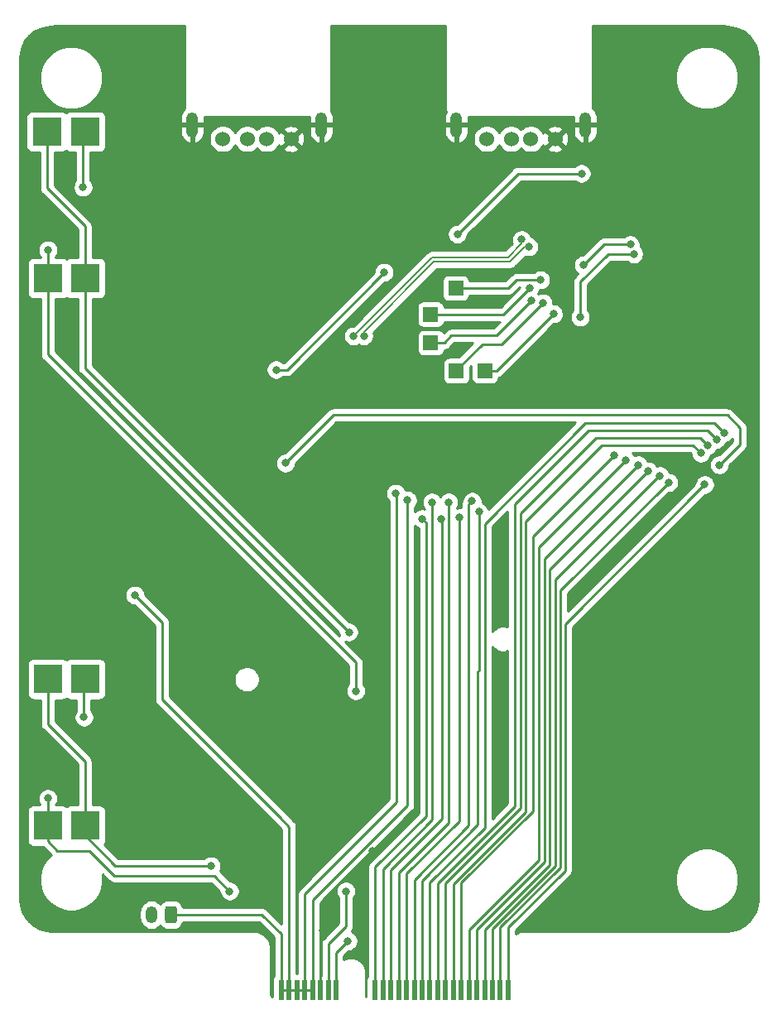
<source format=gbl>
G04 #@! TF.GenerationSoftware,KiCad,Pcbnew,(5.1.10-1-10_14)*
G04 #@! TF.CreationDate,2021-12-01T22:20:01+01:00*
G04 #@! TF.ProjectId,DCEXT,44434558-542e-46b6-9963-61645f706362,rev?*
G04 #@! TF.SameCoordinates,Original*
G04 #@! TF.FileFunction,Copper,L2,Bot*
G04 #@! TF.FilePolarity,Positive*
%FSLAX46Y46*%
G04 Gerber Fmt 4.6, Leading zero omitted, Abs format (unit mm)*
G04 Created by KiCad (PCBNEW (5.1.10-1-10_14)) date 2021-12-01 22:20:01*
%MOMM*%
%LPD*%
G01*
G04 APERTURE LIST*
G04 #@! TA.AperFunction,ComponentPad*
%ADD10O,1.200000X2.600000*%
G04 #@! TD*
G04 #@! TA.AperFunction,ComponentPad*
%ADD11C,1.524000*%
G04 #@! TD*
G04 #@! TA.AperFunction,SMDPad,CuDef*
%ADD12R,1.500000X1.500000*%
G04 #@! TD*
G04 #@! TA.AperFunction,SMDPad,CuDef*
%ADD13R,3.000000X3.000000*%
G04 #@! TD*
G04 #@! TA.AperFunction,ComponentPad*
%ADD14O,1.200000X1.750000*%
G04 #@! TD*
G04 #@! TA.AperFunction,SMDPad,CuDef*
%ADD15R,0.600000X2.000000*%
G04 #@! TD*
G04 #@! TA.AperFunction,ViaPad*
%ADD16C,0.800000*%
G04 #@! TD*
G04 #@! TA.AperFunction,Conductor*
%ADD17C,0.250000*%
G04 #@! TD*
G04 #@! TA.AperFunction,Conductor*
%ADD18C,0.200000*%
G04 #@! TD*
G04 #@! TA.AperFunction,Conductor*
%ADD19C,0.254000*%
G04 #@! TD*
G04 #@! TA.AperFunction,Conductor*
%ADD20C,0.100000*%
G04 #@! TD*
G04 APERTURE END LIST*
D10*
X117597000Y-52615000D03*
X104399000Y-52615000D03*
D11*
X114498000Y-54065000D03*
X111999000Y-54065000D03*
X109997000Y-54065000D03*
X107498000Y-54065000D03*
D10*
X90589000Y-52615000D03*
X77391000Y-52615000D03*
D11*
X87490000Y-54065000D03*
X84991000Y-54065000D03*
X82989000Y-54065000D03*
X80490000Y-54065000D03*
D12*
X104400000Y-77760000D03*
X104320000Y-69310000D03*
X101770000Y-74900000D03*
X101760000Y-71990000D03*
X107300000Y-77780000D03*
D13*
X66400000Y-53300000D03*
X62500000Y-53300000D03*
X62600000Y-68300000D03*
X66400000Y-68300000D03*
X62600000Y-124300000D03*
X62600000Y-109300000D03*
X66400000Y-109300000D03*
X66400000Y-124300000D03*
D14*
X73200000Y-133400000D03*
G04 #@! TA.AperFunction,ComponentPad*
G36*
G01*
X75800000Y-132774999D02*
X75800000Y-134025001D01*
G75*
G02*
X75550001Y-134275000I-249999J0D01*
G01*
X74849999Y-134275000D01*
G75*
G02*
X74600000Y-134025001I0J249999D01*
G01*
X74600000Y-132774999D01*
G75*
G02*
X74849999Y-132525000I249999J0D01*
G01*
X75550001Y-132525000D01*
G75*
G02*
X75800000Y-132774999I0J-249999D01*
G01*
G37*
G04 #@! TD.AperFunction*
D15*
X86490000Y-141083700D03*
X87290000Y-141083700D03*
X88090000Y-141083700D03*
X88890000Y-141083700D03*
X89690000Y-141083700D03*
X90490000Y-141083700D03*
X91290000Y-141083700D03*
X92090000Y-141083700D03*
X96090000Y-141083700D03*
X96890000Y-141083700D03*
X97690000Y-141083700D03*
X98490000Y-141083700D03*
X99290000Y-141083700D03*
X100090000Y-141083700D03*
X100890000Y-141083700D03*
X101690000Y-141083700D03*
X102490000Y-141083700D03*
X103290000Y-141083700D03*
X104090000Y-141083700D03*
X104890000Y-141083700D03*
X105690000Y-141083700D03*
X106490000Y-141083700D03*
X107290000Y-141083700D03*
X108090000Y-141083700D03*
X108890000Y-141083700D03*
X109690000Y-141083700D03*
D16*
X90700000Y-135000000D03*
X109100000Y-109500000D03*
X84200000Y-61200000D03*
X92100000Y-75100000D03*
X92200000Y-86300000D03*
X92200000Y-97000000D03*
X85800000Y-131000000D03*
X96700000Y-61400000D03*
X104600000Y-75400000D03*
X70000000Y-70500000D03*
X95800000Y-126900000D03*
X108900000Y-100600000D03*
X64500000Y-73900000D03*
X120840000Y-73400000D03*
X116590000Y-78260000D03*
X116220000Y-59800000D03*
X85950000Y-77650000D03*
X97000000Y-67700000D03*
X79300000Y-128400000D03*
X62600000Y-121500000D03*
X66300000Y-113200000D03*
X81200000Y-131000000D03*
X93875000Y-74200000D03*
X111068768Y-64348768D03*
X94925000Y-74200000D03*
X111811232Y-65091232D03*
X117200000Y-57590000D03*
X104492849Y-63792849D03*
X99400000Y-91000000D03*
X98200000Y-90300000D03*
X71500000Y-100700000D03*
X131000000Y-84800000D03*
X130100000Y-85400000D03*
X129400000Y-86200000D03*
X100900000Y-92900000D03*
X120500000Y-86400000D03*
X101900000Y-91200000D03*
X121700000Y-86900000D03*
X102800000Y-92900000D03*
X123000000Y-87400000D03*
X86900000Y-87200000D03*
X131300000Y-87400000D03*
X103600000Y-91200000D03*
X124000000Y-88000000D03*
X104700000Y-92800000D03*
X125200000Y-88500000D03*
X106000000Y-91100000D03*
X126100000Y-89200000D03*
X106700000Y-92200000D03*
X129800000Y-89400000D03*
X131800000Y-84100000D03*
X93100000Y-131000000D03*
X93400000Y-104500000D03*
X62600000Y-65400000D03*
X66200000Y-59000000D03*
X94100000Y-110500000D03*
X93300000Y-136100000D03*
X117380000Y-66950000D03*
X122190000Y-64847500D03*
X117070000Y-72290000D03*
X122540000Y-65820000D03*
X114330000Y-71950000D03*
X111920000Y-69280000D03*
X112030000Y-70620000D03*
X113000000Y-68477500D03*
X113230000Y-70830000D03*
D17*
X90490000Y-135210000D02*
X90700000Y-135000000D01*
X90490000Y-141083700D02*
X90490000Y-135210000D01*
X90700000Y-135000000D02*
X90700000Y-131900000D01*
X95700000Y-126900000D02*
X95800000Y-126900000D01*
X90700000Y-131900000D02*
X95700000Y-126900000D01*
X87050000Y-77650000D02*
X97000000Y-67700000D01*
X85950000Y-77650000D02*
X87050000Y-77650000D01*
X62600000Y-109300000D02*
X62600000Y-113900000D01*
X66400000Y-117700000D02*
X66400000Y-124300000D01*
X62600000Y-113900000D02*
X66400000Y-117700000D01*
X66400000Y-124300000D02*
X66400000Y-125300000D01*
X69500000Y-128400000D02*
X79300000Y-128400000D01*
X66400000Y-125300000D02*
X69500000Y-128400000D01*
X62600000Y-124300000D02*
X62600000Y-121500000D01*
X66300000Y-109400000D02*
X66400000Y-109300000D01*
X66300000Y-113200000D02*
X66300000Y-109400000D01*
X81200000Y-131000000D02*
X79600000Y-129400000D01*
X79600000Y-129400000D02*
X69400000Y-129400000D01*
X69400000Y-129400000D02*
X66876993Y-126876993D01*
X62600000Y-125900000D02*
X63576993Y-126876993D01*
X62600000Y-124300000D02*
X62600000Y-125900000D01*
X66876993Y-126876993D02*
X63576993Y-126876993D01*
D18*
X109666801Y-66175000D02*
X111068768Y-64773033D01*
X101900000Y-66175000D02*
X109666801Y-66175000D01*
X93875000Y-74200000D02*
X101900000Y-66175000D01*
X111068768Y-64773033D02*
X111068768Y-64348768D01*
X94925000Y-73786397D02*
X102086397Y-66625000D01*
X94925000Y-74200000D02*
X94925000Y-73786397D01*
X111386967Y-65091232D02*
X111811232Y-65091232D01*
X109853199Y-66625000D02*
X111386967Y-65091232D01*
X102086397Y-66625000D02*
X109853199Y-66625000D01*
D17*
X110695698Y-57590000D02*
X104492849Y-63792849D01*
X117200000Y-57590000D02*
X110695698Y-57590000D01*
X89690000Y-131910000D02*
X89690000Y-141083700D01*
X99400000Y-122200000D02*
X89690000Y-131910000D01*
X99400000Y-91000000D02*
X99400000Y-122200000D01*
X88890000Y-141083700D02*
X88890000Y-131310000D01*
X88890000Y-131310000D02*
X98300000Y-121900000D01*
X98300000Y-90400000D02*
X98200000Y-90300000D01*
X98300000Y-121900000D02*
X98300000Y-90400000D01*
X86490000Y-141083700D02*
X89690000Y-141083700D01*
X87290000Y-124390000D02*
X86350000Y-123450000D01*
X87290000Y-141083700D02*
X87290000Y-124390000D01*
X86350000Y-123450000D02*
X74300000Y-111400000D01*
X86490000Y-123590000D02*
X86350000Y-123450000D01*
X86490000Y-141083700D02*
X86490000Y-135390000D01*
X84500000Y-133400000D02*
X75200000Y-133400000D01*
X86490000Y-135390000D02*
X84500000Y-133400000D01*
X71500000Y-100700000D02*
X74300000Y-103500000D01*
X74300000Y-103500000D02*
X74300000Y-111200000D01*
X74300000Y-111400000D02*
X74300000Y-111200000D01*
X102490000Y-130210000D02*
X102490000Y-141083700D01*
X117900000Y-83900000D02*
X110400000Y-91400000D01*
X110400000Y-122300000D02*
X102490000Y-130210000D01*
X110400000Y-91400000D02*
X110400000Y-122300000D01*
X130100000Y-83900000D02*
X117900000Y-83900000D01*
X131000000Y-84800000D02*
X130100000Y-83900000D01*
X103290000Y-130210000D02*
X103290000Y-141083700D01*
X111000000Y-122500000D02*
X103290000Y-130210000D01*
X118700000Y-84600000D02*
X111000000Y-92300000D01*
X111000000Y-92300000D02*
X111000000Y-122500000D01*
X129300000Y-84600000D02*
X118700000Y-84600000D01*
X130100000Y-85400000D02*
X129300000Y-84600000D01*
X111500000Y-122863590D02*
X104090000Y-130273590D01*
X129400000Y-86200000D02*
X128600000Y-85400000D01*
X111500000Y-93200000D02*
X111500000Y-122863590D01*
X119300000Y-85400000D02*
X111500000Y-93200000D01*
X104090000Y-130273590D02*
X104090000Y-141083700D01*
X128600000Y-85400000D02*
X119300000Y-85400000D01*
X96090000Y-141083700D02*
X96090000Y-128510000D01*
X96090000Y-128510000D02*
X101300000Y-123300000D01*
X101300000Y-93300000D02*
X100900000Y-92900000D01*
X101300000Y-123300000D02*
X101300000Y-93300000D01*
X104890000Y-141083700D02*
X104890000Y-130110000D01*
X104890000Y-130110000D02*
X112200000Y-122800000D01*
X112200000Y-94700000D02*
X120500000Y-86400000D01*
X112200000Y-122800000D02*
X112200000Y-94700000D01*
X96890000Y-128710000D02*
X96890000Y-141083700D01*
X101900000Y-123700000D02*
X96890000Y-128710000D01*
X101900000Y-91200000D02*
X101900000Y-123700000D01*
X105690000Y-134910000D02*
X105690000Y-141083700D01*
X112800000Y-127800000D02*
X105690000Y-134910000D01*
X112800000Y-95800000D02*
X112800000Y-127800000D01*
X121700000Y-86900000D02*
X112800000Y-95800000D01*
X97690000Y-141083700D02*
X97690000Y-128810000D01*
X97690000Y-128810000D02*
X102900000Y-123600000D01*
X102900000Y-93000000D02*
X102800000Y-92900000D01*
X102900000Y-123600000D02*
X102900000Y-93000000D01*
X106490000Y-141083700D02*
X106490000Y-134910000D01*
X106490000Y-134910000D02*
X113400000Y-128000000D01*
X113400000Y-97000000D02*
X123000000Y-87400000D01*
X113400000Y-128000000D02*
X113400000Y-97000000D01*
X91800000Y-82300000D02*
X90300000Y-83800000D01*
X90300000Y-83800000D02*
X86900000Y-87200000D01*
X132100000Y-82300000D02*
X91800000Y-82300000D01*
X133400000Y-83600000D02*
X132100000Y-82300000D01*
X133400000Y-85300000D02*
X133400000Y-83600000D01*
X131300000Y-87400000D02*
X133400000Y-85300000D01*
X103600000Y-91200000D02*
X103600000Y-124000000D01*
X98490000Y-129110000D02*
X98490000Y-141083700D01*
X103600000Y-124000000D02*
X98490000Y-129110000D01*
X124000000Y-88000000D02*
X113900000Y-98100000D01*
X113900000Y-98100000D02*
X113900000Y-128300000D01*
X107290000Y-134910000D02*
X107290000Y-141083700D01*
X113900000Y-128300000D02*
X107290000Y-134910000D01*
X99290000Y-141083700D02*
X99290000Y-129210000D01*
X104700000Y-123800000D02*
X104700000Y-92800000D01*
X99290000Y-129210000D02*
X104700000Y-123800000D01*
X108090000Y-134810000D02*
X108090000Y-141083700D01*
X114500000Y-128400000D02*
X108090000Y-134810000D01*
X114500000Y-99100000D02*
X114500000Y-128400000D01*
X125100000Y-88500000D02*
X114500000Y-99100000D01*
X125200000Y-88500000D02*
X125100000Y-88500000D01*
X105600001Y-91499999D02*
X105600001Y-124299999D01*
X106000000Y-91100000D02*
X105600001Y-91499999D01*
X100090000Y-129810000D02*
X100090000Y-141083700D01*
X105600001Y-124299999D02*
X100090000Y-129810000D01*
X115049990Y-128550010D02*
X115049990Y-103513600D01*
X108890000Y-134710000D02*
X115049990Y-128550010D01*
X108890000Y-141083700D02*
X108890000Y-134710000D01*
X115049990Y-100250010D02*
X115049990Y-103513600D01*
X126100000Y-89200000D02*
X115049990Y-100250010D01*
X100890000Y-141083700D02*
X100890000Y-129910000D01*
X100890000Y-129910000D02*
X106600000Y-124200000D01*
X106700000Y-92200000D02*
X106700000Y-93800000D01*
X106700000Y-108400000D02*
X106600000Y-108500000D01*
X106700000Y-92200000D02*
X106700000Y-108400000D01*
X106600000Y-124200000D02*
X106600000Y-108500000D01*
X109690000Y-136436276D02*
X109700000Y-136426276D01*
X109690000Y-141083700D02*
X109690000Y-136436276D01*
X109700000Y-136426276D02*
X109700000Y-134700000D01*
X109700000Y-134700000D02*
X115500000Y-128900000D01*
X115500000Y-103700000D02*
X129800000Y-89400000D01*
X115500000Y-128900000D02*
X115500000Y-103700000D01*
X101690000Y-130110000D02*
X101690000Y-141083700D01*
X131800000Y-84100000D02*
X130800000Y-83100000D01*
X107300000Y-124500000D02*
X101690000Y-130110000D01*
X107300000Y-93400000D02*
X107300000Y-124500000D01*
X117600000Y-83100000D02*
X107300000Y-93400000D01*
X130800000Y-83100000D02*
X117600000Y-83100000D01*
X62500000Y-53300000D02*
X62500000Y-59100000D01*
X66400000Y-63000000D02*
X66400000Y-68300000D01*
X62500000Y-59100000D02*
X66400000Y-63000000D01*
X91290000Y-140810000D02*
X91300000Y-140800000D01*
X91290000Y-141083700D02*
X91290000Y-140810000D01*
X91300000Y-140800000D02*
X91300000Y-136400000D01*
X93100000Y-134600000D02*
X93100000Y-131000000D01*
X91300000Y-136400000D02*
X93100000Y-134600000D01*
X66400000Y-77500000D02*
X66400000Y-68300000D01*
X93400000Y-104500000D02*
X66400000Y-77500000D01*
X62600000Y-68300000D02*
X62600000Y-65400000D01*
X66200000Y-53500000D02*
X66400000Y-53300000D01*
X66200000Y-59000000D02*
X66200000Y-53500000D01*
X62600000Y-68300000D02*
X62600000Y-76100000D01*
X94100000Y-107600000D02*
X94100000Y-110500000D01*
X62600000Y-76100000D02*
X94100000Y-107600000D01*
X92090000Y-137310000D02*
X92090000Y-141083700D01*
X93300000Y-136100000D02*
X92090000Y-137310000D01*
X119482500Y-64847500D02*
X122190000Y-64847500D01*
X117380000Y-66950000D02*
X119482500Y-64847500D01*
X122540000Y-65820000D02*
X119900000Y-65820000D01*
X117070000Y-68650000D02*
X117070000Y-72290000D01*
X119900000Y-65820000D02*
X117070000Y-68650000D01*
X108340000Y-77780000D02*
X107300000Y-77780000D01*
X108500000Y-77780000D02*
X107300000Y-77780000D01*
X114330000Y-71950000D02*
X108500000Y-77780000D01*
X109210000Y-71990000D02*
X101760000Y-71990000D01*
X111920000Y-69280000D02*
X109210000Y-71990000D01*
X112030000Y-70620000D02*
X108480000Y-74170000D01*
X103140000Y-74900000D02*
X103870000Y-74170000D01*
X101770000Y-74900000D02*
X103140000Y-74900000D01*
X108480000Y-74170000D02*
X103870000Y-74170000D01*
X104380000Y-69250000D02*
X104320000Y-69310000D01*
X104320000Y-69310000D02*
X109705000Y-69310000D01*
X109705000Y-69310000D02*
X110537500Y-68477500D01*
X113000000Y-68477500D02*
X110537500Y-68477500D01*
X104400000Y-77760000D02*
X104400000Y-77680000D01*
X104400000Y-77680000D02*
X107030000Y-75050000D01*
X109010000Y-75050000D02*
X113230000Y-70830000D01*
X107030000Y-75050000D02*
X109010000Y-75050000D01*
D19*
X100240226Y-93703937D02*
X100409744Y-93817205D01*
X100540001Y-93871160D01*
X100540000Y-122985198D01*
X95578998Y-127946201D01*
X95550000Y-127969999D01*
X95526202Y-127998997D01*
X95526201Y-127998998D01*
X95455026Y-128085724D01*
X95384454Y-128217754D01*
X95363836Y-128285725D01*
X95340998Y-128361014D01*
X95333481Y-128437333D01*
X95326324Y-128510000D01*
X95330001Y-128547332D01*
X95330000Y-139643256D01*
X95259463Y-139729206D01*
X95200498Y-139839520D01*
X95164188Y-139959218D01*
X95151928Y-140083700D01*
X95151928Y-141768617D01*
X95131900Y-141768617D01*
X95131900Y-139217512D01*
X95128319Y-139181153D01*
X95128319Y-139171422D01*
X95127246Y-139161216D01*
X95110931Y-139015754D01*
X95097078Y-138950583D01*
X95084141Y-138885245D01*
X95081106Y-138875441D01*
X95036847Y-138735919D01*
X95010595Y-138674669D01*
X94985217Y-138613098D01*
X94980336Y-138604070D01*
X94909819Y-138475801D01*
X94872186Y-138420840D01*
X94835322Y-138365355D01*
X94828781Y-138357447D01*
X94734694Y-138245317D01*
X94687063Y-138198672D01*
X94640150Y-138151432D01*
X94632198Y-138144945D01*
X94518121Y-138053227D01*
X94462350Y-138016732D01*
X94407158Y-137979504D01*
X94398097Y-137974686D01*
X94398093Y-137974684D01*
X94398090Y-137974682D01*
X94398087Y-137974681D01*
X94268380Y-137906871D01*
X94206590Y-137881906D01*
X94145197Y-137856099D01*
X94135373Y-137853132D01*
X93994954Y-137811805D01*
X93929479Y-137799315D01*
X93864267Y-137785929D01*
X93854054Y-137784927D01*
X93708282Y-137771660D01*
X93641625Y-137772125D01*
X93575045Y-137771661D01*
X93564842Y-137772661D01*
X93564839Y-137772661D01*
X93564836Y-137772662D01*
X93564832Y-137772662D01*
X93419260Y-137787963D01*
X93354019Y-137801356D01*
X93288572Y-137813840D01*
X93278748Y-137816806D01*
X93138919Y-137860090D01*
X93077464Y-137885923D01*
X93015741Y-137910861D01*
X93006680Y-137915678D01*
X92877922Y-137985297D01*
X92850000Y-138004130D01*
X92850000Y-137624801D01*
X93339802Y-137135000D01*
X93401939Y-137135000D01*
X93601898Y-137095226D01*
X93790256Y-137017205D01*
X93959774Y-136903937D01*
X94103937Y-136759774D01*
X94217205Y-136590256D01*
X94295226Y-136401898D01*
X94335000Y-136201939D01*
X94335000Y-135998061D01*
X94295226Y-135798102D01*
X94217205Y-135609744D01*
X94103937Y-135440226D01*
X93959774Y-135296063D01*
X93790256Y-135182795D01*
X93651910Y-135125490D01*
X93663795Y-135111008D01*
X93663799Y-135111004D01*
X93734973Y-135024277D01*
X93734974Y-135024276D01*
X93805546Y-134892247D01*
X93849003Y-134748986D01*
X93860000Y-134637333D01*
X93860000Y-134637324D01*
X93863676Y-134600001D01*
X93860000Y-134562678D01*
X93860000Y-131703711D01*
X93903937Y-131659774D01*
X94017205Y-131490256D01*
X94095226Y-131301898D01*
X94135000Y-131101939D01*
X94135000Y-130898061D01*
X94095226Y-130698102D01*
X94017205Y-130509744D01*
X93903937Y-130340226D01*
X93759774Y-130196063D01*
X93590256Y-130082795D01*
X93401898Y-130004774D01*
X93201939Y-129965000D01*
X92998061Y-129965000D01*
X92798102Y-130004774D01*
X92609744Y-130082795D01*
X92556289Y-130118513D01*
X99911003Y-122763799D01*
X99940001Y-122740001D01*
X100034974Y-122624276D01*
X100105546Y-122492247D01*
X100149003Y-122348986D01*
X100160000Y-122237333D01*
X100160000Y-122237325D01*
X100163676Y-122200000D01*
X100160000Y-122162675D01*
X100160000Y-93623711D01*
X100240226Y-93703937D01*
G04 #@! TA.AperFunction,Conductor*
D20*
G36*
X100240226Y-93703937D02*
G01*
X100409744Y-93817205D01*
X100540001Y-93871160D01*
X100540000Y-122985198D01*
X95578998Y-127946201D01*
X95550000Y-127969999D01*
X95526202Y-127998997D01*
X95526201Y-127998998D01*
X95455026Y-128085724D01*
X95384454Y-128217754D01*
X95363836Y-128285725D01*
X95340998Y-128361014D01*
X95333481Y-128437333D01*
X95326324Y-128510000D01*
X95330001Y-128547332D01*
X95330000Y-139643256D01*
X95259463Y-139729206D01*
X95200498Y-139839520D01*
X95164188Y-139959218D01*
X95151928Y-140083700D01*
X95151928Y-141768617D01*
X95131900Y-141768617D01*
X95131900Y-139217512D01*
X95128319Y-139181153D01*
X95128319Y-139171422D01*
X95127246Y-139161216D01*
X95110931Y-139015754D01*
X95097078Y-138950583D01*
X95084141Y-138885245D01*
X95081106Y-138875441D01*
X95036847Y-138735919D01*
X95010595Y-138674669D01*
X94985217Y-138613098D01*
X94980336Y-138604070D01*
X94909819Y-138475801D01*
X94872186Y-138420840D01*
X94835322Y-138365355D01*
X94828781Y-138357447D01*
X94734694Y-138245317D01*
X94687063Y-138198672D01*
X94640150Y-138151432D01*
X94632198Y-138144945D01*
X94518121Y-138053227D01*
X94462350Y-138016732D01*
X94407158Y-137979504D01*
X94398097Y-137974686D01*
X94398093Y-137974684D01*
X94398090Y-137974682D01*
X94398087Y-137974681D01*
X94268380Y-137906871D01*
X94206590Y-137881906D01*
X94145197Y-137856099D01*
X94135373Y-137853132D01*
X93994954Y-137811805D01*
X93929479Y-137799315D01*
X93864267Y-137785929D01*
X93854054Y-137784927D01*
X93708282Y-137771660D01*
X93641625Y-137772125D01*
X93575045Y-137771661D01*
X93564842Y-137772661D01*
X93564839Y-137772661D01*
X93564836Y-137772662D01*
X93564832Y-137772662D01*
X93419260Y-137787963D01*
X93354019Y-137801356D01*
X93288572Y-137813840D01*
X93278748Y-137816806D01*
X93138919Y-137860090D01*
X93077464Y-137885923D01*
X93015741Y-137910861D01*
X93006680Y-137915678D01*
X92877922Y-137985297D01*
X92850000Y-138004130D01*
X92850000Y-137624801D01*
X93339802Y-137135000D01*
X93401939Y-137135000D01*
X93601898Y-137095226D01*
X93790256Y-137017205D01*
X93959774Y-136903937D01*
X94103937Y-136759774D01*
X94217205Y-136590256D01*
X94295226Y-136401898D01*
X94335000Y-136201939D01*
X94335000Y-135998061D01*
X94295226Y-135798102D01*
X94217205Y-135609744D01*
X94103937Y-135440226D01*
X93959774Y-135296063D01*
X93790256Y-135182795D01*
X93651910Y-135125490D01*
X93663795Y-135111008D01*
X93663799Y-135111004D01*
X93734973Y-135024277D01*
X93734974Y-135024276D01*
X93805546Y-134892247D01*
X93849003Y-134748986D01*
X93860000Y-134637333D01*
X93860000Y-134637324D01*
X93863676Y-134600001D01*
X93860000Y-134562678D01*
X93860000Y-131703711D01*
X93903937Y-131659774D01*
X94017205Y-131490256D01*
X94095226Y-131301898D01*
X94135000Y-131101939D01*
X94135000Y-130898061D01*
X94095226Y-130698102D01*
X94017205Y-130509744D01*
X93903937Y-130340226D01*
X93759774Y-130196063D01*
X93590256Y-130082795D01*
X93401898Y-130004774D01*
X93201939Y-129965000D01*
X92998061Y-129965000D01*
X92798102Y-130004774D01*
X92609744Y-130082795D01*
X92556289Y-130118513D01*
X99911003Y-122763799D01*
X99940001Y-122740001D01*
X100034974Y-122624276D01*
X100105546Y-122492247D01*
X100149003Y-122348986D01*
X100160000Y-122237333D01*
X100160000Y-122237325D01*
X100163676Y-122200000D01*
X100160000Y-122162675D01*
X100160000Y-93623711D01*
X100240226Y-93703937D01*
G37*
G04 #@! TD.AperFunction*
D19*
X131774659Y-42504212D02*
X131914971Y-42534036D01*
X131925177Y-42535109D01*
X132630388Y-42604255D01*
X133239754Y-42788234D01*
X133801775Y-43087066D01*
X134295047Y-43489370D01*
X134700784Y-43979822D01*
X135003534Y-44539745D01*
X135191760Y-45147805D01*
X135261901Y-45815149D01*
X135261900Y-131767672D01*
X135196262Y-132437106D01*
X135012283Y-133046472D01*
X134713453Y-133608488D01*
X134311150Y-134101762D01*
X133820695Y-134507501D01*
X133260773Y-134810251D01*
X132652711Y-134998477D01*
X131985378Y-135068617D01*
X111310795Y-135068617D01*
X111279396Y-135071710D01*
X111273302Y-135071667D01*
X111263088Y-135072668D01*
X111068991Y-135093069D01*
X111003743Y-135106462D01*
X110938302Y-135118946D01*
X110928477Y-135121912D01*
X110742039Y-135179624D01*
X110680620Y-135205442D01*
X110618862Y-135230394D01*
X110609801Y-135235212D01*
X110460000Y-135316209D01*
X110460000Y-135014801D01*
X115990230Y-129484571D01*
X126757574Y-129484571D01*
X126757574Y-130122663D01*
X126882059Y-130748494D01*
X127126246Y-131338013D01*
X127480751Y-131868567D01*
X127931950Y-132319766D01*
X128462504Y-132674271D01*
X129052023Y-132918458D01*
X129677854Y-133042943D01*
X130315946Y-133042943D01*
X130941777Y-132918458D01*
X131531296Y-132674271D01*
X132061850Y-132319766D01*
X132513049Y-131868567D01*
X132867554Y-131338013D01*
X133111741Y-130748494D01*
X133236226Y-130122663D01*
X133236226Y-129484571D01*
X133111741Y-128858740D01*
X132867554Y-128269221D01*
X132513049Y-127738667D01*
X132061850Y-127287468D01*
X131531296Y-126932963D01*
X130941777Y-126688776D01*
X130315946Y-126564291D01*
X129677854Y-126564291D01*
X129052023Y-126688776D01*
X128462504Y-126932963D01*
X127931950Y-127287468D01*
X127480751Y-127738667D01*
X127126246Y-128269221D01*
X126882059Y-128858740D01*
X126757574Y-129484571D01*
X115990230Y-129484571D01*
X116011004Y-129463798D01*
X116040001Y-129440001D01*
X116134974Y-129324276D01*
X116205546Y-129192247D01*
X116249003Y-129048986D01*
X116260000Y-128937333D01*
X116260000Y-128937325D01*
X116263676Y-128900000D01*
X116260000Y-128862675D01*
X116260000Y-104014801D01*
X129839802Y-90435000D01*
X129901939Y-90435000D01*
X130101898Y-90395226D01*
X130290256Y-90317205D01*
X130459774Y-90203937D01*
X130603937Y-90059774D01*
X130717205Y-89890256D01*
X130795226Y-89701898D01*
X130835000Y-89501939D01*
X130835000Y-89298061D01*
X130795226Y-89098102D01*
X130717205Y-88909744D01*
X130603937Y-88740226D01*
X130459774Y-88596063D01*
X130290256Y-88482795D01*
X130101898Y-88404774D01*
X129901939Y-88365000D01*
X129698061Y-88365000D01*
X129498102Y-88404774D01*
X129309744Y-88482795D01*
X129140226Y-88596063D01*
X128996063Y-88740226D01*
X128882795Y-88909744D01*
X128804774Y-89098102D01*
X128765000Y-89298061D01*
X128765000Y-89360198D01*
X115809990Y-102315209D01*
X115809990Y-100564811D01*
X126139802Y-90235000D01*
X126201939Y-90235000D01*
X126401898Y-90195226D01*
X126590256Y-90117205D01*
X126759774Y-90003937D01*
X126903937Y-89859774D01*
X127017205Y-89690256D01*
X127095226Y-89501898D01*
X127135000Y-89301939D01*
X127135000Y-89098061D01*
X127095226Y-88898102D01*
X127017205Y-88709744D01*
X126903937Y-88540226D01*
X126759774Y-88396063D01*
X126590256Y-88282795D01*
X126401898Y-88204774D01*
X126201939Y-88165000D01*
X126181515Y-88165000D01*
X126117205Y-88009744D01*
X126003937Y-87840226D01*
X125859774Y-87696063D01*
X125690256Y-87582795D01*
X125501898Y-87504774D01*
X125301939Y-87465000D01*
X125098061Y-87465000D01*
X124912033Y-87502003D01*
X124803937Y-87340226D01*
X124659774Y-87196063D01*
X124490256Y-87082795D01*
X124301898Y-87004774D01*
X124101939Y-86965000D01*
X123940093Y-86965000D01*
X123917205Y-86909744D01*
X123803937Y-86740226D01*
X123659774Y-86596063D01*
X123490256Y-86482795D01*
X123301898Y-86404774D01*
X123101939Y-86365000D01*
X122898061Y-86365000D01*
X122698102Y-86404774D01*
X122627295Y-86434103D01*
X122617205Y-86409744D01*
X122503937Y-86240226D01*
X122423711Y-86160000D01*
X128285199Y-86160000D01*
X128365000Y-86239801D01*
X128365000Y-86301939D01*
X128404774Y-86501898D01*
X128482795Y-86690256D01*
X128596063Y-86859774D01*
X128740226Y-87003937D01*
X128909744Y-87117205D01*
X129098102Y-87195226D01*
X129298061Y-87235000D01*
X129501939Y-87235000D01*
X129701898Y-87195226D01*
X129890256Y-87117205D01*
X130059774Y-87003937D01*
X130203937Y-86859774D01*
X130317205Y-86690256D01*
X130395226Y-86501898D01*
X130417750Y-86388660D01*
X130590256Y-86317205D01*
X130759774Y-86203937D01*
X130903937Y-86059774D01*
X131017205Y-85890256D01*
X131040093Y-85835000D01*
X131101939Y-85835000D01*
X131301898Y-85795226D01*
X131490256Y-85717205D01*
X131659774Y-85603937D01*
X131803937Y-85459774D01*
X131917205Y-85290256D01*
X131988660Y-85117750D01*
X132101898Y-85095226D01*
X132290256Y-85017205D01*
X132459774Y-84903937D01*
X132603937Y-84759774D01*
X132640000Y-84705801D01*
X132640000Y-84985197D01*
X131260199Y-86365000D01*
X131198061Y-86365000D01*
X130998102Y-86404774D01*
X130809744Y-86482795D01*
X130640226Y-86596063D01*
X130496063Y-86740226D01*
X130382795Y-86909744D01*
X130304774Y-87098102D01*
X130265000Y-87298061D01*
X130265000Y-87501939D01*
X130304774Y-87701898D01*
X130382795Y-87890256D01*
X130496063Y-88059774D01*
X130640226Y-88203937D01*
X130809744Y-88317205D01*
X130998102Y-88395226D01*
X131198061Y-88435000D01*
X131401939Y-88435000D01*
X131601898Y-88395226D01*
X131790256Y-88317205D01*
X131959774Y-88203937D01*
X132103937Y-88059774D01*
X132217205Y-87890256D01*
X132295226Y-87701898D01*
X132335000Y-87501939D01*
X132335000Y-87439801D01*
X133911009Y-85863794D01*
X133940001Y-85840001D01*
X133963795Y-85811008D01*
X133963799Y-85811004D01*
X134034973Y-85724277D01*
X134034974Y-85724276D01*
X134105546Y-85592247D01*
X134149003Y-85448986D01*
X134160000Y-85337333D01*
X134160000Y-85337324D01*
X134163676Y-85300001D01*
X134160000Y-85262678D01*
X134160000Y-83637325D01*
X134163676Y-83600000D01*
X134160000Y-83562675D01*
X134160000Y-83562667D01*
X134149003Y-83451014D01*
X134105546Y-83307753D01*
X134034974Y-83175724D01*
X133940001Y-83059999D01*
X133911003Y-83036201D01*
X132663804Y-81789003D01*
X132640001Y-81759999D01*
X132524276Y-81665026D01*
X132392247Y-81594454D01*
X132248986Y-81550997D01*
X132137333Y-81540000D01*
X132137322Y-81540000D01*
X132100000Y-81536324D01*
X132062678Y-81540000D01*
X91837322Y-81540000D01*
X91799999Y-81536324D01*
X91762676Y-81540000D01*
X91762667Y-81540000D01*
X91651014Y-81550997D01*
X91507753Y-81594454D01*
X91375724Y-81665026D01*
X91259999Y-81759999D01*
X91236201Y-81788997D01*
X89789002Y-83236197D01*
X89788997Y-83236201D01*
X86860199Y-86165000D01*
X86798061Y-86165000D01*
X86598102Y-86204774D01*
X86409744Y-86282795D01*
X86240226Y-86396063D01*
X86096063Y-86540226D01*
X85982795Y-86709744D01*
X85904774Y-86898102D01*
X85865000Y-87098061D01*
X85865000Y-87301939D01*
X85904774Y-87501898D01*
X85982795Y-87690256D01*
X86096063Y-87859774D01*
X86240226Y-88003937D01*
X86409744Y-88117205D01*
X86598102Y-88195226D01*
X86798061Y-88235000D01*
X87001939Y-88235000D01*
X87201898Y-88195226D01*
X87390256Y-88117205D01*
X87559774Y-88003937D01*
X87703937Y-87859774D01*
X87817205Y-87690256D01*
X87895226Y-87501898D01*
X87935000Y-87301939D01*
X87935000Y-87239801D01*
X90863799Y-84311003D01*
X90863803Y-84310998D01*
X92114802Y-83060000D01*
X116565198Y-83060000D01*
X107700514Y-91924685D01*
X107695226Y-91898102D01*
X107617205Y-91709744D01*
X107503937Y-91540226D01*
X107359774Y-91396063D01*
X107190256Y-91282795D01*
X107031959Y-91217226D01*
X107035000Y-91201939D01*
X107035000Y-90998061D01*
X106995226Y-90798102D01*
X106917205Y-90609744D01*
X106803937Y-90440226D01*
X106659774Y-90296063D01*
X106490256Y-90182795D01*
X106301898Y-90104774D01*
X106101939Y-90065000D01*
X105898061Y-90065000D01*
X105698102Y-90104774D01*
X105509744Y-90182795D01*
X105340226Y-90296063D01*
X105196063Y-90440226D01*
X105082795Y-90609744D01*
X105004774Y-90798102D01*
X104965000Y-90998061D01*
X104965000Y-91075774D01*
X104918554Y-91162667D01*
X104894455Y-91207753D01*
X104850998Y-91351014D01*
X104840001Y-91462667D01*
X104840001Y-91462677D01*
X104836325Y-91499999D01*
X104840001Y-91537321D01*
X104840001Y-91772571D01*
X104801939Y-91765000D01*
X104598061Y-91765000D01*
X104447214Y-91795005D01*
X104517205Y-91690256D01*
X104595226Y-91501898D01*
X104635000Y-91301939D01*
X104635000Y-91098061D01*
X104595226Y-90898102D01*
X104517205Y-90709744D01*
X104403937Y-90540226D01*
X104259774Y-90396063D01*
X104090256Y-90282795D01*
X103901898Y-90204774D01*
X103701939Y-90165000D01*
X103498061Y-90165000D01*
X103298102Y-90204774D01*
X103109744Y-90282795D01*
X102940226Y-90396063D01*
X102796063Y-90540226D01*
X102750000Y-90609164D01*
X102703937Y-90540226D01*
X102559774Y-90396063D01*
X102390256Y-90282795D01*
X102201898Y-90204774D01*
X102001939Y-90165000D01*
X101798061Y-90165000D01*
X101598102Y-90204774D01*
X101409744Y-90282795D01*
X101240226Y-90396063D01*
X101096063Y-90540226D01*
X100982795Y-90709744D01*
X100904774Y-90898102D01*
X100865000Y-91098061D01*
X100865000Y-91301939D01*
X100904774Y-91501898D01*
X100982795Y-91690256D01*
X101096063Y-91859774D01*
X101125958Y-91889669D01*
X101001939Y-91865000D01*
X100798061Y-91865000D01*
X100598102Y-91904774D01*
X100409744Y-91982795D01*
X100240226Y-92096063D01*
X100160000Y-92176289D01*
X100160000Y-91703711D01*
X100203937Y-91659774D01*
X100317205Y-91490256D01*
X100395226Y-91301898D01*
X100435000Y-91101939D01*
X100435000Y-90898061D01*
X100395226Y-90698102D01*
X100317205Y-90509744D01*
X100203937Y-90340226D01*
X100059774Y-90196063D01*
X99890256Y-90082795D01*
X99701898Y-90004774D01*
X99501939Y-89965000D01*
X99298061Y-89965000D01*
X99190386Y-89986418D01*
X99117205Y-89809744D01*
X99003937Y-89640226D01*
X98859774Y-89496063D01*
X98690256Y-89382795D01*
X98501898Y-89304774D01*
X98301939Y-89265000D01*
X98098061Y-89265000D01*
X97898102Y-89304774D01*
X97709744Y-89382795D01*
X97540226Y-89496063D01*
X97396063Y-89640226D01*
X97282795Y-89809744D01*
X97204774Y-89998102D01*
X97165000Y-90198061D01*
X97165000Y-90401939D01*
X97204774Y-90601898D01*
X97282795Y-90790256D01*
X97396063Y-90959774D01*
X97540001Y-91103712D01*
X97540000Y-121585198D01*
X88378998Y-130746201D01*
X88350000Y-130769999D01*
X88326202Y-130798997D01*
X88326201Y-130798998D01*
X88255026Y-130885724D01*
X88184454Y-131017754D01*
X88164930Y-131082119D01*
X88140998Y-131161014D01*
X88131056Y-131261958D01*
X88126324Y-131310000D01*
X88130001Y-131347332D01*
X88130000Y-139445628D01*
X88050000Y-139445628D01*
X88050000Y-124427325D01*
X88053676Y-124390000D01*
X88050000Y-124352675D01*
X88050000Y-124352667D01*
X88039003Y-124241014D01*
X87995546Y-124097753D01*
X87924974Y-123965724D01*
X87830001Y-123849999D01*
X87801003Y-123826201D01*
X86913808Y-122939007D01*
X86913799Y-122938996D01*
X75060000Y-111085199D01*
X75060000Y-109195757D01*
X81632244Y-109195757D01*
X81632244Y-109456483D01*
X81683109Y-109712199D01*
X81782885Y-109953078D01*
X81927736Y-110169863D01*
X82112097Y-110354224D01*
X82328882Y-110499075D01*
X82569761Y-110598851D01*
X82825477Y-110649716D01*
X83086203Y-110649716D01*
X83341919Y-110598851D01*
X83582798Y-110499075D01*
X83799583Y-110354224D01*
X83983944Y-110169863D01*
X84128795Y-109953078D01*
X84228571Y-109712199D01*
X84279436Y-109456483D01*
X84279436Y-109195757D01*
X84228571Y-108940041D01*
X84128795Y-108699162D01*
X83983944Y-108482377D01*
X83799583Y-108298016D01*
X83582798Y-108153165D01*
X83341919Y-108053389D01*
X83086203Y-108002524D01*
X82825477Y-108002524D01*
X82569761Y-108053389D01*
X82328882Y-108153165D01*
X82112097Y-108298016D01*
X81927736Y-108482377D01*
X81782885Y-108699162D01*
X81683109Y-108940041D01*
X81632244Y-109195757D01*
X75060000Y-109195757D01*
X75060000Y-103537323D01*
X75063676Y-103500000D01*
X75060000Y-103462677D01*
X75060000Y-103462667D01*
X75049003Y-103351014D01*
X75005546Y-103207753D01*
X74980021Y-103159999D01*
X74934974Y-103075723D01*
X74863799Y-102988997D01*
X74840001Y-102959999D01*
X74811004Y-102936202D01*
X72535000Y-100660199D01*
X72535000Y-100598061D01*
X72495226Y-100398102D01*
X72417205Y-100209744D01*
X72303937Y-100040226D01*
X72159774Y-99896063D01*
X71990256Y-99782795D01*
X71801898Y-99704774D01*
X71601939Y-99665000D01*
X71398061Y-99665000D01*
X71198102Y-99704774D01*
X71009744Y-99782795D01*
X70840226Y-99896063D01*
X70696063Y-100040226D01*
X70582795Y-100209744D01*
X70504774Y-100398102D01*
X70465000Y-100598061D01*
X70465000Y-100801939D01*
X70504774Y-101001898D01*
X70582795Y-101190256D01*
X70696063Y-101359774D01*
X70840226Y-101503937D01*
X71009744Y-101617205D01*
X71198102Y-101695226D01*
X71398061Y-101735000D01*
X71460199Y-101735000D01*
X73540000Y-103814802D01*
X73540001Y-111162657D01*
X73540000Y-111162667D01*
X73540000Y-111362678D01*
X73536324Y-111400000D01*
X73540000Y-111437322D01*
X73540000Y-111437332D01*
X73550997Y-111548985D01*
X73573836Y-111624276D01*
X73594454Y-111692246D01*
X73665026Y-111824276D01*
X73673806Y-111834974D01*
X73759999Y-111940001D01*
X73789003Y-111963804D01*
X85838996Y-124013799D01*
X85839007Y-124013808D01*
X86530001Y-124704803D01*
X86530000Y-134355199D01*
X85063804Y-132889003D01*
X85040001Y-132859999D01*
X84924276Y-132765026D01*
X84792247Y-132694454D01*
X84648986Y-132650997D01*
X84537333Y-132640000D01*
X84537322Y-132640000D01*
X84500000Y-132636324D01*
X84462678Y-132640000D01*
X76424776Y-132640000D01*
X76421008Y-132601745D01*
X76370472Y-132435149D01*
X76288405Y-132281613D01*
X76177962Y-132147038D01*
X76043387Y-132036595D01*
X75889851Y-131954528D01*
X75723255Y-131903992D01*
X75550001Y-131886928D01*
X74849999Y-131886928D01*
X74676745Y-131903992D01*
X74510149Y-131954528D01*
X74356613Y-132036595D01*
X74222038Y-132147038D01*
X74111595Y-132281613D01*
X74109191Y-132286111D01*
X74077502Y-132247498D01*
X73889449Y-132093167D01*
X73674901Y-131978489D01*
X73442102Y-131907870D01*
X73200000Y-131884025D01*
X72957899Y-131907870D01*
X72725100Y-131978489D01*
X72510552Y-132093167D01*
X72322499Y-132247498D01*
X72168168Y-132435551D01*
X72053489Y-132650099D01*
X71982870Y-132882898D01*
X71965000Y-133064335D01*
X71965000Y-133735664D01*
X71982870Y-133917101D01*
X72053489Y-134149900D01*
X72168167Y-134364448D01*
X72322498Y-134552502D01*
X72510551Y-134706833D01*
X72725099Y-134821511D01*
X72957898Y-134892130D01*
X73200000Y-134915975D01*
X73442101Y-134892130D01*
X73674900Y-134821511D01*
X73889448Y-134706833D01*
X74077502Y-134552502D01*
X74109191Y-134513889D01*
X74111595Y-134518387D01*
X74222038Y-134652962D01*
X74356613Y-134763405D01*
X74510149Y-134845472D01*
X74676745Y-134896008D01*
X74849999Y-134913072D01*
X75550001Y-134913072D01*
X75723255Y-134896008D01*
X75889851Y-134845472D01*
X76043387Y-134763405D01*
X76177962Y-134652962D01*
X76288405Y-134518387D01*
X76370472Y-134364851D01*
X76421008Y-134198255D01*
X76424776Y-134160000D01*
X84185199Y-134160000D01*
X85730001Y-135704803D01*
X85730000Y-139643256D01*
X85659463Y-139729206D01*
X85600498Y-139839520D01*
X85564188Y-139959218D01*
X85551928Y-140083700D01*
X85551928Y-141746772D01*
X85547260Y-141745363D01*
X85502201Y-141721405D01*
X85462654Y-141689151D01*
X85430127Y-141649832D01*
X85405857Y-141604946D01*
X85390765Y-141556190D01*
X85381900Y-141471852D01*
X85381900Y-136767512D01*
X85378807Y-136736113D01*
X85378850Y-136730019D01*
X85377849Y-136719805D01*
X85357448Y-136525708D01*
X85344055Y-136460460D01*
X85331571Y-136395019D01*
X85328605Y-136385194D01*
X85270893Y-136198756D01*
X85245075Y-136137337D01*
X85220123Y-136075579D01*
X85215305Y-136066518D01*
X85122480Y-135894841D01*
X85085215Y-135839594D01*
X85048750Y-135783869D01*
X85042264Y-135775916D01*
X84917860Y-135625538D01*
X84870554Y-135578561D01*
X84823983Y-135531004D01*
X84816076Y-135524462D01*
X84664834Y-135401112D01*
X84609315Y-135364225D01*
X84554380Y-135326611D01*
X84545353Y-135321729D01*
X84373031Y-135230104D01*
X84311404Y-135204703D01*
X84250211Y-135178476D01*
X84240408Y-135175441D01*
X84053572Y-135119032D01*
X83988180Y-135106084D01*
X83923064Y-135092243D01*
X83912858Y-135091170D01*
X83718624Y-135072125D01*
X83718623Y-135072125D01*
X83683005Y-135068617D01*
X63032845Y-135068617D01*
X62363411Y-135002979D01*
X61754045Y-134819000D01*
X61192029Y-134520170D01*
X60698755Y-134117867D01*
X60293016Y-133627412D01*
X59990266Y-133067490D01*
X59802040Y-132459428D01*
X59731900Y-131792095D01*
X59731900Y-107800000D01*
X60461928Y-107800000D01*
X60461928Y-110800000D01*
X60474188Y-110924482D01*
X60510498Y-111044180D01*
X60569463Y-111154494D01*
X60648815Y-111251185D01*
X60745506Y-111330537D01*
X60855820Y-111389502D01*
X60975518Y-111425812D01*
X61100000Y-111438072D01*
X61840000Y-111438072D01*
X61840001Y-113862668D01*
X61836324Y-113900000D01*
X61850998Y-114048985D01*
X61894454Y-114192246D01*
X61965026Y-114324276D01*
X62036201Y-114411002D01*
X62060000Y-114440001D01*
X62088998Y-114463799D01*
X65640000Y-118014802D01*
X65640001Y-122161928D01*
X64900000Y-122161928D01*
X64775518Y-122174188D01*
X64655820Y-122210498D01*
X64545506Y-122269463D01*
X64500000Y-122306809D01*
X64454494Y-122269463D01*
X64344180Y-122210498D01*
X64224482Y-122174188D01*
X64100000Y-122161928D01*
X63401783Y-122161928D01*
X63403937Y-122159774D01*
X63517205Y-121990256D01*
X63595226Y-121801898D01*
X63635000Y-121601939D01*
X63635000Y-121398061D01*
X63595226Y-121198102D01*
X63517205Y-121009744D01*
X63403937Y-120840226D01*
X63259774Y-120696063D01*
X63090256Y-120582795D01*
X62901898Y-120504774D01*
X62701939Y-120465000D01*
X62498061Y-120465000D01*
X62298102Y-120504774D01*
X62109744Y-120582795D01*
X61940226Y-120696063D01*
X61796063Y-120840226D01*
X61682795Y-121009744D01*
X61604774Y-121198102D01*
X61565000Y-121398061D01*
X61565000Y-121601939D01*
X61604774Y-121801898D01*
X61682795Y-121990256D01*
X61796063Y-122159774D01*
X61798217Y-122161928D01*
X61100000Y-122161928D01*
X60975518Y-122174188D01*
X60855820Y-122210498D01*
X60745506Y-122269463D01*
X60648815Y-122348815D01*
X60569463Y-122445506D01*
X60510498Y-122555820D01*
X60474188Y-122675518D01*
X60461928Y-122800000D01*
X60461928Y-125800000D01*
X60474188Y-125924482D01*
X60510498Y-126044180D01*
X60569463Y-126154494D01*
X60648815Y-126251185D01*
X60745506Y-126330537D01*
X60855820Y-126389502D01*
X60975518Y-126425812D01*
X61100000Y-126438072D01*
X62058417Y-126438072D01*
X62060000Y-126440001D01*
X62088998Y-126463799D01*
X62922308Y-127297110D01*
X62480751Y-127738667D01*
X62126246Y-128269221D01*
X61882059Y-128858740D01*
X61757574Y-129484571D01*
X61757574Y-130122663D01*
X61882059Y-130748494D01*
X62126246Y-131338013D01*
X62480751Y-131868567D01*
X62931950Y-132319766D01*
X63462504Y-132674271D01*
X64052023Y-132918458D01*
X64677854Y-133042943D01*
X65315946Y-133042943D01*
X65941777Y-132918458D01*
X66531296Y-132674271D01*
X67061850Y-132319766D01*
X67513049Y-131868567D01*
X67867554Y-131338013D01*
X68111741Y-130748494D01*
X68236226Y-130122663D01*
X68236226Y-129484571D01*
X68193135Y-129267937D01*
X68836200Y-129911002D01*
X68859999Y-129940001D01*
X68975724Y-130034974D01*
X69107753Y-130105546D01*
X69251014Y-130149003D01*
X69362667Y-130160000D01*
X69362675Y-130160000D01*
X69400000Y-130163676D01*
X69437325Y-130160000D01*
X79285199Y-130160000D01*
X80165000Y-131039802D01*
X80165000Y-131101939D01*
X80204774Y-131301898D01*
X80282795Y-131490256D01*
X80396063Y-131659774D01*
X80540226Y-131803937D01*
X80709744Y-131917205D01*
X80898102Y-131995226D01*
X81098061Y-132035000D01*
X81301939Y-132035000D01*
X81501898Y-131995226D01*
X81690256Y-131917205D01*
X81859774Y-131803937D01*
X82003937Y-131659774D01*
X82117205Y-131490256D01*
X82195226Y-131301898D01*
X82235000Y-131101939D01*
X82235000Y-130898061D01*
X82195226Y-130698102D01*
X82117205Y-130509744D01*
X82003937Y-130340226D01*
X81859774Y-130196063D01*
X81690256Y-130082795D01*
X81501898Y-130004774D01*
X81301939Y-129965000D01*
X81239802Y-129965000D01*
X80196317Y-128921516D01*
X80217205Y-128890256D01*
X80295226Y-128701898D01*
X80335000Y-128501939D01*
X80335000Y-128298061D01*
X80295226Y-128098102D01*
X80217205Y-127909744D01*
X80103937Y-127740226D01*
X79959774Y-127596063D01*
X79790256Y-127482795D01*
X79601898Y-127404774D01*
X79401939Y-127365000D01*
X79198061Y-127365000D01*
X78998102Y-127404774D01*
X78809744Y-127482795D01*
X78640226Y-127596063D01*
X78596289Y-127640000D01*
X69814802Y-127640000D01*
X68384902Y-126210101D01*
X68430537Y-126154494D01*
X68489502Y-126044180D01*
X68525812Y-125924482D01*
X68538072Y-125800000D01*
X68538072Y-122800000D01*
X68525812Y-122675518D01*
X68489502Y-122555820D01*
X68430537Y-122445506D01*
X68351185Y-122348815D01*
X68254494Y-122269463D01*
X68144180Y-122210498D01*
X68024482Y-122174188D01*
X67900000Y-122161928D01*
X67160000Y-122161928D01*
X67160000Y-117737333D01*
X67163677Y-117700000D01*
X67149003Y-117551014D01*
X67105546Y-117407753D01*
X67034974Y-117275724D01*
X66963799Y-117188997D01*
X66940001Y-117159999D01*
X66911004Y-117136202D01*
X63360000Y-113585199D01*
X63360000Y-111438072D01*
X64100000Y-111438072D01*
X64224482Y-111425812D01*
X64344180Y-111389502D01*
X64454494Y-111330537D01*
X64500000Y-111293191D01*
X64545506Y-111330537D01*
X64655820Y-111389502D01*
X64775518Y-111425812D01*
X64900000Y-111438072D01*
X65540000Y-111438072D01*
X65540000Y-112496289D01*
X65496063Y-112540226D01*
X65382795Y-112709744D01*
X65304774Y-112898102D01*
X65265000Y-113098061D01*
X65265000Y-113301939D01*
X65304774Y-113501898D01*
X65382795Y-113690256D01*
X65496063Y-113859774D01*
X65640226Y-114003937D01*
X65809744Y-114117205D01*
X65998102Y-114195226D01*
X66198061Y-114235000D01*
X66401939Y-114235000D01*
X66601898Y-114195226D01*
X66790256Y-114117205D01*
X66959774Y-114003937D01*
X67103937Y-113859774D01*
X67217205Y-113690256D01*
X67295226Y-113501898D01*
X67335000Y-113301939D01*
X67335000Y-113098061D01*
X67295226Y-112898102D01*
X67217205Y-112709744D01*
X67103937Y-112540226D01*
X67060000Y-112496289D01*
X67060000Y-111438072D01*
X67900000Y-111438072D01*
X68024482Y-111425812D01*
X68144180Y-111389502D01*
X68254494Y-111330537D01*
X68351185Y-111251185D01*
X68430537Y-111154494D01*
X68489502Y-111044180D01*
X68525812Y-110924482D01*
X68538072Y-110800000D01*
X68538072Y-107800000D01*
X68525812Y-107675518D01*
X68489502Y-107555820D01*
X68430537Y-107445506D01*
X68351185Y-107348815D01*
X68254494Y-107269463D01*
X68144180Y-107210498D01*
X68024482Y-107174188D01*
X67900000Y-107161928D01*
X64900000Y-107161928D01*
X64775518Y-107174188D01*
X64655820Y-107210498D01*
X64545506Y-107269463D01*
X64500000Y-107306809D01*
X64454494Y-107269463D01*
X64344180Y-107210498D01*
X64224482Y-107174188D01*
X64100000Y-107161928D01*
X61100000Y-107161928D01*
X60975518Y-107174188D01*
X60855820Y-107210498D01*
X60745506Y-107269463D01*
X60648815Y-107348815D01*
X60569463Y-107445506D01*
X60510498Y-107555820D01*
X60474188Y-107675518D01*
X60461928Y-107800000D01*
X59731900Y-107800000D01*
X59731900Y-51800000D01*
X60361928Y-51800000D01*
X60361928Y-54800000D01*
X60374188Y-54924482D01*
X60410498Y-55044180D01*
X60469463Y-55154494D01*
X60548815Y-55251185D01*
X60645506Y-55330537D01*
X60755820Y-55389502D01*
X60875518Y-55425812D01*
X61000000Y-55438072D01*
X61740000Y-55438072D01*
X61740001Y-59062668D01*
X61736324Y-59100000D01*
X61750998Y-59248985D01*
X61794454Y-59392246D01*
X61865026Y-59524276D01*
X61936201Y-59611002D01*
X61960000Y-59640001D01*
X61988998Y-59663799D01*
X65640000Y-63314802D01*
X65640001Y-66161928D01*
X64900000Y-66161928D01*
X64775518Y-66174188D01*
X64655820Y-66210498D01*
X64545506Y-66269463D01*
X64500000Y-66306809D01*
X64454494Y-66269463D01*
X64344180Y-66210498D01*
X64224482Y-66174188D01*
X64100000Y-66161928D01*
X63360000Y-66161928D01*
X63360000Y-66103711D01*
X63403937Y-66059774D01*
X63517205Y-65890256D01*
X63595226Y-65701898D01*
X63635000Y-65501939D01*
X63635000Y-65298061D01*
X63595226Y-65098102D01*
X63517205Y-64909744D01*
X63403937Y-64740226D01*
X63259774Y-64596063D01*
X63090256Y-64482795D01*
X62901898Y-64404774D01*
X62701939Y-64365000D01*
X62498061Y-64365000D01*
X62298102Y-64404774D01*
X62109744Y-64482795D01*
X61940226Y-64596063D01*
X61796063Y-64740226D01*
X61682795Y-64909744D01*
X61604774Y-65098102D01*
X61565000Y-65298061D01*
X61565000Y-65501939D01*
X61604774Y-65701898D01*
X61682795Y-65890256D01*
X61796063Y-66059774D01*
X61840001Y-66103712D01*
X61840001Y-66161928D01*
X61100000Y-66161928D01*
X60975518Y-66174188D01*
X60855820Y-66210498D01*
X60745506Y-66269463D01*
X60648815Y-66348815D01*
X60569463Y-66445506D01*
X60510498Y-66555820D01*
X60474188Y-66675518D01*
X60461928Y-66800000D01*
X60461928Y-69800000D01*
X60474188Y-69924482D01*
X60510498Y-70044180D01*
X60569463Y-70154494D01*
X60648815Y-70251185D01*
X60745506Y-70330537D01*
X60855820Y-70389502D01*
X60975518Y-70425812D01*
X61100000Y-70438072D01*
X61840000Y-70438072D01*
X61840001Y-76062668D01*
X61836324Y-76100000D01*
X61840001Y-76137333D01*
X61850998Y-76248986D01*
X61862854Y-76288072D01*
X61894454Y-76392246D01*
X61965026Y-76524276D01*
X61993372Y-76558815D01*
X62060000Y-76640001D01*
X62088998Y-76663799D01*
X93340000Y-107914802D01*
X93340001Y-109796288D01*
X93296063Y-109840226D01*
X93182795Y-110009744D01*
X93104774Y-110198102D01*
X93065000Y-110398061D01*
X93065000Y-110601939D01*
X93104774Y-110801898D01*
X93182795Y-110990256D01*
X93296063Y-111159774D01*
X93440226Y-111303937D01*
X93609744Y-111417205D01*
X93798102Y-111495226D01*
X93998061Y-111535000D01*
X94201939Y-111535000D01*
X94401898Y-111495226D01*
X94590256Y-111417205D01*
X94759774Y-111303937D01*
X94903937Y-111159774D01*
X95017205Y-110990256D01*
X95095226Y-110801898D01*
X95135000Y-110601939D01*
X95135000Y-110398061D01*
X95095226Y-110198102D01*
X95017205Y-110009744D01*
X94903937Y-109840226D01*
X94860000Y-109796289D01*
X94860000Y-107637322D01*
X94863676Y-107599999D01*
X94860000Y-107562676D01*
X94860000Y-107562667D01*
X94849003Y-107451014D01*
X94805546Y-107307753D01*
X94734974Y-107175724D01*
X94640001Y-107059999D01*
X94611004Y-107036202D01*
X93050176Y-105475374D01*
X93098102Y-105495226D01*
X93298061Y-105535000D01*
X93501939Y-105535000D01*
X93701898Y-105495226D01*
X93890256Y-105417205D01*
X94059774Y-105303937D01*
X94203937Y-105159774D01*
X94317205Y-104990256D01*
X94395226Y-104801898D01*
X94435000Y-104601939D01*
X94435000Y-104398061D01*
X94395226Y-104198102D01*
X94317205Y-104009744D01*
X94203937Y-103840226D01*
X94059774Y-103696063D01*
X93890256Y-103582795D01*
X93701898Y-103504774D01*
X93501939Y-103465000D01*
X93439802Y-103465000D01*
X67522863Y-77548061D01*
X84915000Y-77548061D01*
X84915000Y-77751939D01*
X84954774Y-77951898D01*
X85032795Y-78140256D01*
X85146063Y-78309774D01*
X85290226Y-78453937D01*
X85459744Y-78567205D01*
X85648102Y-78645226D01*
X85848061Y-78685000D01*
X86051939Y-78685000D01*
X86251898Y-78645226D01*
X86440256Y-78567205D01*
X86609774Y-78453937D01*
X86653711Y-78410000D01*
X87012678Y-78410000D01*
X87050000Y-78413676D01*
X87087322Y-78410000D01*
X87087333Y-78410000D01*
X87198986Y-78399003D01*
X87342247Y-78355546D01*
X87474276Y-78284974D01*
X87590001Y-78190001D01*
X87613804Y-78160997D01*
X91676740Y-74098061D01*
X92840000Y-74098061D01*
X92840000Y-74301939D01*
X92879774Y-74501898D01*
X92957795Y-74690256D01*
X93071063Y-74859774D01*
X93215226Y-75003937D01*
X93384744Y-75117205D01*
X93573102Y-75195226D01*
X93773061Y-75235000D01*
X93976939Y-75235000D01*
X94176898Y-75195226D01*
X94365256Y-75117205D01*
X94400000Y-75093990D01*
X94434744Y-75117205D01*
X94623102Y-75195226D01*
X94823061Y-75235000D01*
X95026939Y-75235000D01*
X95226898Y-75195226D01*
X95415256Y-75117205D01*
X95584774Y-75003937D01*
X95728937Y-74859774D01*
X95842205Y-74690256D01*
X95920226Y-74501898D01*
X95960000Y-74301939D01*
X95960000Y-74098061D01*
X95920226Y-73898102D01*
X95900460Y-73850383D01*
X98510843Y-71240000D01*
X100371928Y-71240000D01*
X100371928Y-72740000D01*
X100384188Y-72864482D01*
X100420498Y-72984180D01*
X100479463Y-73094494D01*
X100558815Y-73191185D01*
X100655506Y-73270537D01*
X100765820Y-73329502D01*
X100885518Y-73365812D01*
X101010000Y-73378072D01*
X102510000Y-73378072D01*
X102634482Y-73365812D01*
X102754180Y-73329502D01*
X102864494Y-73270537D01*
X102961185Y-73191185D01*
X103040537Y-73094494D01*
X103099502Y-72984180D01*
X103135812Y-72864482D01*
X103147087Y-72750000D01*
X108825199Y-72750000D01*
X108165199Y-73410000D01*
X103907323Y-73410000D01*
X103870000Y-73406324D01*
X103832677Y-73410000D01*
X103832667Y-73410000D01*
X103721014Y-73420997D01*
X103577753Y-73464454D01*
X103445723Y-73535026D01*
X103414686Y-73560498D01*
X103329999Y-73629999D01*
X103306201Y-73658998D01*
X103092042Y-73873156D01*
X103050537Y-73795506D01*
X102971185Y-73698815D01*
X102874494Y-73619463D01*
X102764180Y-73560498D01*
X102644482Y-73524188D01*
X102520000Y-73511928D01*
X101020000Y-73511928D01*
X100895518Y-73524188D01*
X100775820Y-73560498D01*
X100665506Y-73619463D01*
X100568815Y-73698815D01*
X100489463Y-73795506D01*
X100430498Y-73905820D01*
X100394188Y-74025518D01*
X100381928Y-74150000D01*
X100381928Y-75650000D01*
X100394188Y-75774482D01*
X100430498Y-75894180D01*
X100489463Y-76004494D01*
X100568815Y-76101185D01*
X100665506Y-76180537D01*
X100775820Y-76239502D01*
X100895518Y-76275812D01*
X101020000Y-76288072D01*
X102520000Y-76288072D01*
X102644482Y-76275812D01*
X102764180Y-76239502D01*
X102874494Y-76180537D01*
X102971185Y-76101185D01*
X103050537Y-76004494D01*
X103109502Y-75894180D01*
X103145812Y-75774482D01*
X103156889Y-75662013D01*
X103177322Y-75660000D01*
X103177333Y-75660000D01*
X103288986Y-75649003D01*
X103432247Y-75605546D01*
X103564276Y-75534974D01*
X103680001Y-75440001D01*
X103703803Y-75410998D01*
X104184802Y-74930000D01*
X106075198Y-74930000D01*
X104633271Y-76371928D01*
X103650000Y-76371928D01*
X103525518Y-76384188D01*
X103405820Y-76420498D01*
X103295506Y-76479463D01*
X103198815Y-76558815D01*
X103119463Y-76655506D01*
X103060498Y-76765820D01*
X103024188Y-76885518D01*
X103011928Y-77010000D01*
X103011928Y-78510000D01*
X103024188Y-78634482D01*
X103060498Y-78754180D01*
X103119463Y-78864494D01*
X103198815Y-78961185D01*
X103295506Y-79040537D01*
X103405820Y-79099502D01*
X103525518Y-79135812D01*
X103650000Y-79148072D01*
X105150000Y-79148072D01*
X105274482Y-79135812D01*
X105394180Y-79099502D01*
X105504494Y-79040537D01*
X105601185Y-78961185D01*
X105680537Y-78864494D01*
X105739502Y-78754180D01*
X105775812Y-78634482D01*
X105788072Y-78510000D01*
X105788072Y-77366729D01*
X105911928Y-77242873D01*
X105911928Y-78530000D01*
X105924188Y-78654482D01*
X105960498Y-78774180D01*
X106019463Y-78884494D01*
X106098815Y-78981185D01*
X106195506Y-79060537D01*
X106305820Y-79119502D01*
X106425518Y-79155812D01*
X106550000Y-79168072D01*
X108050000Y-79168072D01*
X108174482Y-79155812D01*
X108294180Y-79119502D01*
X108404494Y-79060537D01*
X108501185Y-78981185D01*
X108580537Y-78884494D01*
X108639502Y-78774180D01*
X108675812Y-78654482D01*
X108688072Y-78530000D01*
X108688072Y-78517147D01*
X108792247Y-78485546D01*
X108924276Y-78414974D01*
X109040001Y-78320001D01*
X109063804Y-78290997D01*
X114369802Y-72985000D01*
X114431939Y-72985000D01*
X114631898Y-72945226D01*
X114820256Y-72867205D01*
X114989774Y-72753937D01*
X115133937Y-72609774D01*
X115247205Y-72440256D01*
X115325226Y-72251898D01*
X115337923Y-72188061D01*
X116035000Y-72188061D01*
X116035000Y-72391939D01*
X116074774Y-72591898D01*
X116152795Y-72780256D01*
X116266063Y-72949774D01*
X116410226Y-73093937D01*
X116579744Y-73207205D01*
X116768102Y-73285226D01*
X116968061Y-73325000D01*
X117171939Y-73325000D01*
X117371898Y-73285226D01*
X117560256Y-73207205D01*
X117729774Y-73093937D01*
X117873937Y-72949774D01*
X117987205Y-72780256D01*
X118065226Y-72591898D01*
X118105000Y-72391939D01*
X118105000Y-72188061D01*
X118065226Y-71988102D01*
X117987205Y-71799744D01*
X117873937Y-71630226D01*
X117830000Y-71586289D01*
X117830000Y-68964801D01*
X120214803Y-66580000D01*
X121836289Y-66580000D01*
X121880226Y-66623937D01*
X122049744Y-66737205D01*
X122238102Y-66815226D01*
X122438061Y-66855000D01*
X122641939Y-66855000D01*
X122841898Y-66815226D01*
X123030256Y-66737205D01*
X123199774Y-66623937D01*
X123343937Y-66479774D01*
X123457205Y-66310256D01*
X123535226Y-66121898D01*
X123575000Y-65921939D01*
X123575000Y-65718061D01*
X123535226Y-65518102D01*
X123457205Y-65329744D01*
X123343937Y-65160226D01*
X123209761Y-65026050D01*
X123225000Y-64949439D01*
X123225000Y-64745561D01*
X123185226Y-64545602D01*
X123107205Y-64357244D01*
X122993937Y-64187726D01*
X122849774Y-64043563D01*
X122680256Y-63930295D01*
X122491898Y-63852274D01*
X122291939Y-63812500D01*
X122088061Y-63812500D01*
X121888102Y-63852274D01*
X121699744Y-63930295D01*
X121530226Y-64043563D01*
X121486289Y-64087500D01*
X119519822Y-64087500D01*
X119482499Y-64083824D01*
X119445177Y-64087500D01*
X119445167Y-64087500D01*
X119333514Y-64098497D01*
X119190253Y-64141954D01*
X119058223Y-64212526D01*
X119011593Y-64250795D01*
X118942499Y-64307499D01*
X118918701Y-64336497D01*
X117340199Y-65915000D01*
X117278061Y-65915000D01*
X117078102Y-65954774D01*
X116889744Y-66032795D01*
X116720226Y-66146063D01*
X116576063Y-66290226D01*
X116462795Y-66459744D01*
X116384774Y-66648102D01*
X116345000Y-66848061D01*
X116345000Y-67051939D01*
X116384774Y-67251898D01*
X116462795Y-67440256D01*
X116576063Y-67609774D01*
X116720226Y-67753937D01*
X116822755Y-67822444D01*
X116559003Y-68086196D01*
X116529999Y-68109999D01*
X116476161Y-68175602D01*
X116435026Y-68225724D01*
X116380083Y-68328514D01*
X116364454Y-68357754D01*
X116320997Y-68501015D01*
X116310000Y-68612668D01*
X116310000Y-68612678D01*
X116306324Y-68650000D01*
X116310000Y-68687323D01*
X116310001Y-71586288D01*
X116266063Y-71630226D01*
X116152795Y-71799744D01*
X116074774Y-71988102D01*
X116035000Y-72188061D01*
X115337923Y-72188061D01*
X115365000Y-72051939D01*
X115365000Y-71848061D01*
X115325226Y-71648102D01*
X115247205Y-71459744D01*
X115133937Y-71290226D01*
X114989774Y-71146063D01*
X114820256Y-71032795D01*
X114631898Y-70954774D01*
X114431939Y-70915000D01*
X114265000Y-70915000D01*
X114265000Y-70728061D01*
X114225226Y-70528102D01*
X114147205Y-70339744D01*
X114033937Y-70170226D01*
X113889774Y-70026063D01*
X113720256Y-69912795D01*
X113531898Y-69834774D01*
X113331939Y-69795000D01*
X113128061Y-69795000D01*
X112928102Y-69834774D01*
X112772810Y-69899099D01*
X112759805Y-69886094D01*
X112837205Y-69770256D01*
X112915226Y-69581898D01*
X112929030Y-69512500D01*
X113101939Y-69512500D01*
X113301898Y-69472726D01*
X113490256Y-69394705D01*
X113659774Y-69281437D01*
X113803937Y-69137274D01*
X113917205Y-68967756D01*
X113995226Y-68779398D01*
X114035000Y-68579439D01*
X114035000Y-68375561D01*
X113995226Y-68175602D01*
X113917205Y-67987244D01*
X113803937Y-67817726D01*
X113659774Y-67673563D01*
X113490256Y-67560295D01*
X113301898Y-67482274D01*
X113101939Y-67442500D01*
X112898061Y-67442500D01*
X112698102Y-67482274D01*
X112509744Y-67560295D01*
X112340226Y-67673563D01*
X112296289Y-67717500D01*
X110574825Y-67717500D01*
X110537500Y-67713824D01*
X110500175Y-67717500D01*
X110500167Y-67717500D01*
X110388514Y-67728497D01*
X110245253Y-67771954D01*
X110113224Y-67842526D01*
X109997499Y-67937499D01*
X109973701Y-67966498D01*
X109390199Y-68550000D01*
X105707087Y-68550000D01*
X105695812Y-68435518D01*
X105659502Y-68315820D01*
X105600537Y-68205506D01*
X105521185Y-68108815D01*
X105424494Y-68029463D01*
X105314180Y-67970498D01*
X105194482Y-67934188D01*
X105070000Y-67921928D01*
X103570000Y-67921928D01*
X103445518Y-67934188D01*
X103325820Y-67970498D01*
X103215506Y-68029463D01*
X103118815Y-68108815D01*
X103039463Y-68205506D01*
X102980498Y-68315820D01*
X102944188Y-68435518D01*
X102931928Y-68560000D01*
X102931928Y-70060000D01*
X102944188Y-70184482D01*
X102980498Y-70304180D01*
X103039463Y-70414494D01*
X103118815Y-70511185D01*
X103215506Y-70590537D01*
X103325820Y-70649502D01*
X103445518Y-70685812D01*
X103570000Y-70698072D01*
X105070000Y-70698072D01*
X105194482Y-70685812D01*
X105314180Y-70649502D01*
X105424494Y-70590537D01*
X105521185Y-70511185D01*
X105600537Y-70414494D01*
X105659502Y-70304180D01*
X105695812Y-70184482D01*
X105707087Y-70070000D01*
X109667678Y-70070000D01*
X109705000Y-70073676D01*
X109742322Y-70070000D01*
X109742333Y-70070000D01*
X109853986Y-70059003D01*
X109997247Y-70015546D01*
X110129276Y-69944974D01*
X110245001Y-69850001D01*
X110268803Y-69820998D01*
X110852302Y-69237500D01*
X110885000Y-69237500D01*
X110885000Y-69240198D01*
X108895199Y-71230000D01*
X103147087Y-71230000D01*
X103135812Y-71115518D01*
X103099502Y-70995820D01*
X103040537Y-70885506D01*
X102961185Y-70788815D01*
X102864494Y-70709463D01*
X102754180Y-70650498D01*
X102634482Y-70614188D01*
X102510000Y-70601928D01*
X101010000Y-70601928D01*
X100885518Y-70614188D01*
X100765820Y-70650498D01*
X100655506Y-70709463D01*
X100558815Y-70788815D01*
X100479463Y-70885506D01*
X100420498Y-70995820D01*
X100384188Y-71115518D01*
X100371928Y-71240000D01*
X98510843Y-71240000D01*
X102390844Y-67360000D01*
X109817094Y-67360000D01*
X109853199Y-67363556D01*
X109889304Y-67360000D01*
X109997284Y-67349365D01*
X110135832Y-67307337D01*
X110263519Y-67239087D01*
X110375437Y-67147238D01*
X110398457Y-67119188D01*
X111454076Y-66063569D01*
X111509334Y-66086458D01*
X111709293Y-66126232D01*
X111913171Y-66126232D01*
X112113130Y-66086458D01*
X112301488Y-66008437D01*
X112471006Y-65895169D01*
X112615169Y-65751006D01*
X112728437Y-65581488D01*
X112806458Y-65393130D01*
X112846232Y-65193171D01*
X112846232Y-64989293D01*
X112806458Y-64789334D01*
X112728437Y-64600976D01*
X112615169Y-64431458D01*
X112471006Y-64287295D01*
X112301488Y-64174027D01*
X112113130Y-64096006D01*
X112072146Y-64087854D01*
X112063994Y-64046870D01*
X111985973Y-63858512D01*
X111872705Y-63688994D01*
X111728542Y-63544831D01*
X111559024Y-63431563D01*
X111370666Y-63353542D01*
X111170707Y-63313768D01*
X110966829Y-63313768D01*
X110766870Y-63353542D01*
X110578512Y-63431563D01*
X110408994Y-63544831D01*
X110264831Y-63688994D01*
X110151563Y-63858512D01*
X110073542Y-64046870D01*
X110033768Y-64246829D01*
X110033768Y-64450707D01*
X110073542Y-64650666D01*
X110096431Y-64705924D01*
X109362355Y-65440000D01*
X101936105Y-65440000D01*
X101900000Y-65436444D01*
X101863895Y-65440000D01*
X101755915Y-65450635D01*
X101617367Y-65492663D01*
X101489680Y-65560913D01*
X101377762Y-65652762D01*
X101354746Y-65680807D01*
X93870554Y-73165000D01*
X93773061Y-73165000D01*
X93573102Y-73204774D01*
X93384744Y-73282795D01*
X93215226Y-73396063D01*
X93071063Y-73540226D01*
X92957795Y-73709744D01*
X92879774Y-73898102D01*
X92840000Y-74098061D01*
X91676740Y-74098061D01*
X97039802Y-68735000D01*
X97101939Y-68735000D01*
X97301898Y-68695226D01*
X97490256Y-68617205D01*
X97659774Y-68503937D01*
X97803937Y-68359774D01*
X97917205Y-68190256D01*
X97995226Y-68001898D01*
X98035000Y-67801939D01*
X98035000Y-67598061D01*
X97995226Y-67398102D01*
X97917205Y-67209744D01*
X97803937Y-67040226D01*
X97659774Y-66896063D01*
X97490256Y-66782795D01*
X97301898Y-66704774D01*
X97101939Y-66665000D01*
X96898061Y-66665000D01*
X96698102Y-66704774D01*
X96509744Y-66782795D01*
X96340226Y-66896063D01*
X96196063Y-67040226D01*
X96082795Y-67209744D01*
X96004774Y-67398102D01*
X95965000Y-67598061D01*
X95965000Y-67660198D01*
X86735199Y-76890000D01*
X86653711Y-76890000D01*
X86609774Y-76846063D01*
X86440256Y-76732795D01*
X86251898Y-76654774D01*
X86051939Y-76615000D01*
X85848061Y-76615000D01*
X85648102Y-76654774D01*
X85459744Y-76732795D01*
X85290226Y-76846063D01*
X85146063Y-76990226D01*
X85032795Y-77159744D01*
X84954774Y-77348102D01*
X84915000Y-77548061D01*
X67522863Y-77548061D01*
X67160000Y-77185199D01*
X67160000Y-70438072D01*
X67900000Y-70438072D01*
X68024482Y-70425812D01*
X68144180Y-70389502D01*
X68254494Y-70330537D01*
X68351185Y-70251185D01*
X68430537Y-70154494D01*
X68489502Y-70044180D01*
X68525812Y-69924482D01*
X68538072Y-69800000D01*
X68538072Y-66800000D01*
X68525812Y-66675518D01*
X68489502Y-66555820D01*
X68430537Y-66445506D01*
X68351185Y-66348815D01*
X68254494Y-66269463D01*
X68144180Y-66210498D01*
X68024482Y-66174188D01*
X67900000Y-66161928D01*
X67160000Y-66161928D01*
X67160000Y-63690910D01*
X103457849Y-63690910D01*
X103457849Y-63894788D01*
X103497623Y-64094747D01*
X103575644Y-64283105D01*
X103688912Y-64452623D01*
X103833075Y-64596786D01*
X104002593Y-64710054D01*
X104190951Y-64788075D01*
X104390910Y-64827849D01*
X104594788Y-64827849D01*
X104794747Y-64788075D01*
X104983105Y-64710054D01*
X105152623Y-64596786D01*
X105296786Y-64452623D01*
X105410054Y-64283105D01*
X105488075Y-64094747D01*
X105527849Y-63894788D01*
X105527849Y-63832650D01*
X111010500Y-58350000D01*
X116496289Y-58350000D01*
X116540226Y-58393937D01*
X116709744Y-58507205D01*
X116898102Y-58585226D01*
X117098061Y-58625000D01*
X117301939Y-58625000D01*
X117501898Y-58585226D01*
X117690256Y-58507205D01*
X117859774Y-58393937D01*
X118003937Y-58249774D01*
X118117205Y-58080256D01*
X118195226Y-57891898D01*
X118235000Y-57691939D01*
X118235000Y-57488061D01*
X118195226Y-57288102D01*
X118117205Y-57099744D01*
X118003937Y-56930226D01*
X117859774Y-56786063D01*
X117690256Y-56672795D01*
X117501898Y-56594774D01*
X117301939Y-56555000D01*
X117098061Y-56555000D01*
X116898102Y-56594774D01*
X116709744Y-56672795D01*
X116540226Y-56786063D01*
X116496289Y-56830000D01*
X110733020Y-56830000D01*
X110695697Y-56826324D01*
X110658374Y-56830000D01*
X110658365Y-56830000D01*
X110546712Y-56840997D01*
X110403451Y-56884454D01*
X110271422Y-56955026D01*
X110155697Y-57049999D01*
X110131899Y-57078997D01*
X104453048Y-62757849D01*
X104390910Y-62757849D01*
X104190951Y-62797623D01*
X104002593Y-62875644D01*
X103833075Y-62988912D01*
X103688912Y-63133075D01*
X103575644Y-63302593D01*
X103497623Y-63490951D01*
X103457849Y-63690910D01*
X67160000Y-63690910D01*
X67160000Y-63037323D01*
X67163676Y-63000000D01*
X67160000Y-62962677D01*
X67160000Y-62962667D01*
X67149003Y-62851014D01*
X67105546Y-62707753D01*
X67034975Y-62575725D01*
X67034974Y-62575723D01*
X66963799Y-62488997D01*
X66940001Y-62459999D01*
X66911004Y-62436202D01*
X63260000Y-58785199D01*
X63260000Y-55438072D01*
X64000000Y-55438072D01*
X64124482Y-55425812D01*
X64244180Y-55389502D01*
X64354494Y-55330537D01*
X64450000Y-55252158D01*
X64545506Y-55330537D01*
X64655820Y-55389502D01*
X64775518Y-55425812D01*
X64900000Y-55438072D01*
X65440001Y-55438072D01*
X65440000Y-58296289D01*
X65396063Y-58340226D01*
X65282795Y-58509744D01*
X65204774Y-58698102D01*
X65165000Y-58898061D01*
X65165000Y-59101939D01*
X65204774Y-59301898D01*
X65282795Y-59490256D01*
X65396063Y-59659774D01*
X65540226Y-59803937D01*
X65709744Y-59917205D01*
X65898102Y-59995226D01*
X66098061Y-60035000D01*
X66301939Y-60035000D01*
X66501898Y-59995226D01*
X66690256Y-59917205D01*
X66859774Y-59803937D01*
X67003937Y-59659774D01*
X67117205Y-59490256D01*
X67195226Y-59301898D01*
X67235000Y-59101939D01*
X67235000Y-58898061D01*
X67195226Y-58698102D01*
X67117205Y-58509744D01*
X67003937Y-58340226D01*
X66960000Y-58296289D01*
X66960000Y-55438072D01*
X67900000Y-55438072D01*
X68024482Y-55425812D01*
X68144180Y-55389502D01*
X68254494Y-55330537D01*
X68351185Y-55251185D01*
X68430537Y-55154494D01*
X68489502Y-55044180D01*
X68525812Y-54924482D01*
X68538072Y-54800000D01*
X68538072Y-52742000D01*
X76156000Y-52742000D01*
X76156000Y-53442000D01*
X76204507Y-53680496D01*
X76298610Y-53904946D01*
X76434693Y-54106725D01*
X76607526Y-54278078D01*
X76810467Y-54412421D01*
X77035718Y-54504591D01*
X77073391Y-54508462D01*
X77264000Y-54383731D01*
X77264000Y-52742000D01*
X77518000Y-52742000D01*
X77518000Y-54383731D01*
X77708609Y-54508462D01*
X77746282Y-54504591D01*
X77971533Y-54412421D01*
X78174474Y-54278078D01*
X78347307Y-54106725D01*
X78468241Y-53927408D01*
X79093000Y-53927408D01*
X79093000Y-54202592D01*
X79146686Y-54472490D01*
X79251995Y-54726727D01*
X79404880Y-54955535D01*
X79599465Y-55150120D01*
X79828273Y-55303005D01*
X80082510Y-55408314D01*
X80352408Y-55462000D01*
X80627592Y-55462000D01*
X80897490Y-55408314D01*
X81151727Y-55303005D01*
X81380535Y-55150120D01*
X81575120Y-54955535D01*
X81728005Y-54726727D01*
X81739500Y-54698976D01*
X81750995Y-54726727D01*
X81903880Y-54955535D01*
X82098465Y-55150120D01*
X82327273Y-55303005D01*
X82581510Y-55408314D01*
X82851408Y-55462000D01*
X83126592Y-55462000D01*
X83396490Y-55408314D01*
X83650727Y-55303005D01*
X83879535Y-55150120D01*
X83990000Y-55039655D01*
X84100465Y-55150120D01*
X84329273Y-55303005D01*
X84583510Y-55408314D01*
X84853408Y-55462000D01*
X85128592Y-55462000D01*
X85398490Y-55408314D01*
X85652727Y-55303005D01*
X85881535Y-55150120D01*
X86001090Y-55030565D01*
X86704040Y-55030565D01*
X86771020Y-55270656D01*
X87020048Y-55387756D01*
X87287135Y-55454023D01*
X87562017Y-55466910D01*
X87834133Y-55425922D01*
X88093023Y-55332636D01*
X88208980Y-55270656D01*
X88275960Y-55030565D01*
X87490000Y-54244605D01*
X86704040Y-55030565D01*
X86001090Y-55030565D01*
X86076120Y-54955535D01*
X86229005Y-54726727D01*
X86239805Y-54700653D01*
X86284344Y-54783980D01*
X86524435Y-54850960D01*
X87310395Y-54065000D01*
X87669605Y-54065000D01*
X88455565Y-54850960D01*
X88695656Y-54783980D01*
X88812756Y-54534952D01*
X88879023Y-54267865D01*
X88891910Y-53992983D01*
X88850922Y-53720867D01*
X88757636Y-53461977D01*
X88695656Y-53346020D01*
X88455565Y-53279040D01*
X87669605Y-54065000D01*
X87310395Y-54065000D01*
X86524435Y-53279040D01*
X86284344Y-53346020D01*
X86242314Y-53435403D01*
X86229005Y-53403273D01*
X86076120Y-53174465D01*
X86001090Y-53099435D01*
X86704040Y-53099435D01*
X87490000Y-53885395D01*
X88275960Y-53099435D01*
X88208980Y-52859344D01*
X87959952Y-52742244D01*
X87958969Y-52742000D01*
X89354000Y-52742000D01*
X89354000Y-53442000D01*
X89402507Y-53680496D01*
X89496610Y-53904946D01*
X89632693Y-54106725D01*
X89805526Y-54278078D01*
X90008467Y-54412421D01*
X90233718Y-54504591D01*
X90271391Y-54508462D01*
X90462000Y-54383731D01*
X90462000Y-52742000D01*
X90716000Y-52742000D01*
X90716000Y-54383731D01*
X90906609Y-54508462D01*
X90944282Y-54504591D01*
X91169533Y-54412421D01*
X91372474Y-54278078D01*
X91545307Y-54106725D01*
X91681390Y-53904946D01*
X91775493Y-53680496D01*
X91824000Y-53442000D01*
X91824000Y-52742000D01*
X103164000Y-52742000D01*
X103164000Y-53442000D01*
X103212507Y-53680496D01*
X103306610Y-53904946D01*
X103442693Y-54106725D01*
X103615526Y-54278078D01*
X103818467Y-54412421D01*
X104043718Y-54504591D01*
X104081391Y-54508462D01*
X104272000Y-54383731D01*
X104272000Y-52742000D01*
X104526000Y-52742000D01*
X104526000Y-54383731D01*
X104716609Y-54508462D01*
X104754282Y-54504591D01*
X104979533Y-54412421D01*
X105182474Y-54278078D01*
X105355307Y-54106725D01*
X105476241Y-53927408D01*
X106101000Y-53927408D01*
X106101000Y-54202592D01*
X106154686Y-54472490D01*
X106259995Y-54726727D01*
X106412880Y-54955535D01*
X106607465Y-55150120D01*
X106836273Y-55303005D01*
X107090510Y-55408314D01*
X107360408Y-55462000D01*
X107635592Y-55462000D01*
X107905490Y-55408314D01*
X108159727Y-55303005D01*
X108388535Y-55150120D01*
X108583120Y-54955535D01*
X108736005Y-54726727D01*
X108747500Y-54698976D01*
X108758995Y-54726727D01*
X108911880Y-54955535D01*
X109106465Y-55150120D01*
X109335273Y-55303005D01*
X109589510Y-55408314D01*
X109859408Y-55462000D01*
X110134592Y-55462000D01*
X110404490Y-55408314D01*
X110658727Y-55303005D01*
X110887535Y-55150120D01*
X110998000Y-55039655D01*
X111108465Y-55150120D01*
X111337273Y-55303005D01*
X111591510Y-55408314D01*
X111861408Y-55462000D01*
X112136592Y-55462000D01*
X112406490Y-55408314D01*
X112660727Y-55303005D01*
X112889535Y-55150120D01*
X113009090Y-55030565D01*
X113712040Y-55030565D01*
X113779020Y-55270656D01*
X114028048Y-55387756D01*
X114295135Y-55454023D01*
X114570017Y-55466910D01*
X114842133Y-55425922D01*
X115101023Y-55332636D01*
X115216980Y-55270656D01*
X115283960Y-55030565D01*
X114498000Y-54244605D01*
X113712040Y-55030565D01*
X113009090Y-55030565D01*
X113084120Y-54955535D01*
X113237005Y-54726727D01*
X113247805Y-54700653D01*
X113292344Y-54783980D01*
X113532435Y-54850960D01*
X114318395Y-54065000D01*
X114677605Y-54065000D01*
X115463565Y-54850960D01*
X115703656Y-54783980D01*
X115820756Y-54534952D01*
X115887023Y-54267865D01*
X115899910Y-53992983D01*
X115858922Y-53720867D01*
X115765636Y-53461977D01*
X115703656Y-53346020D01*
X115463565Y-53279040D01*
X114677605Y-54065000D01*
X114318395Y-54065000D01*
X113532435Y-53279040D01*
X113292344Y-53346020D01*
X113250314Y-53435403D01*
X113237005Y-53403273D01*
X113084120Y-53174465D01*
X113009090Y-53099435D01*
X113712040Y-53099435D01*
X114498000Y-53885395D01*
X115283960Y-53099435D01*
X115216980Y-52859344D01*
X114967952Y-52742244D01*
X114966969Y-52742000D01*
X116362000Y-52742000D01*
X116362000Y-53442000D01*
X116410507Y-53680496D01*
X116504610Y-53904946D01*
X116640693Y-54106725D01*
X116813526Y-54278078D01*
X117016467Y-54412421D01*
X117241718Y-54504591D01*
X117279391Y-54508462D01*
X117470000Y-54383731D01*
X117470000Y-52742000D01*
X117724000Y-52742000D01*
X117724000Y-54383731D01*
X117914609Y-54508462D01*
X117952282Y-54504591D01*
X118177533Y-54412421D01*
X118380474Y-54278078D01*
X118553307Y-54106725D01*
X118689390Y-53904946D01*
X118783493Y-53680496D01*
X118832000Y-53442000D01*
X118832000Y-52742000D01*
X117724000Y-52742000D01*
X117470000Y-52742000D01*
X116362000Y-52742000D01*
X114966969Y-52742000D01*
X114700865Y-52675977D01*
X114425983Y-52663090D01*
X114153867Y-52704078D01*
X113894977Y-52797364D01*
X113779020Y-52859344D01*
X113712040Y-53099435D01*
X113009090Y-53099435D01*
X112889535Y-52979880D01*
X112660727Y-52826995D01*
X112406490Y-52721686D01*
X112136592Y-52668000D01*
X111861408Y-52668000D01*
X111591510Y-52721686D01*
X111337273Y-52826995D01*
X111108465Y-52979880D01*
X110998000Y-53090345D01*
X110887535Y-52979880D01*
X110658727Y-52826995D01*
X110404490Y-52721686D01*
X110134592Y-52668000D01*
X109859408Y-52668000D01*
X109589510Y-52721686D01*
X109335273Y-52826995D01*
X109106465Y-52979880D01*
X108911880Y-53174465D01*
X108758995Y-53403273D01*
X108747500Y-53431024D01*
X108736005Y-53403273D01*
X108583120Y-53174465D01*
X108388535Y-52979880D01*
X108159727Y-52826995D01*
X107905490Y-52721686D01*
X107635592Y-52668000D01*
X107360408Y-52668000D01*
X107090510Y-52721686D01*
X106836273Y-52826995D01*
X106607465Y-52979880D01*
X106412880Y-53174465D01*
X106259995Y-53403273D01*
X106154686Y-53657510D01*
X106101000Y-53927408D01*
X105476241Y-53927408D01*
X105491390Y-53904946D01*
X105585493Y-53680496D01*
X105634000Y-53442000D01*
X105634000Y-52742000D01*
X104526000Y-52742000D01*
X104272000Y-52742000D01*
X103164000Y-52742000D01*
X91824000Y-52742000D01*
X90716000Y-52742000D01*
X90462000Y-52742000D01*
X89354000Y-52742000D01*
X87958969Y-52742000D01*
X87692865Y-52675977D01*
X87417983Y-52663090D01*
X87145867Y-52704078D01*
X86886977Y-52797364D01*
X86771020Y-52859344D01*
X86704040Y-53099435D01*
X86001090Y-53099435D01*
X85881535Y-52979880D01*
X85652727Y-52826995D01*
X85398490Y-52721686D01*
X85128592Y-52668000D01*
X84853408Y-52668000D01*
X84583510Y-52721686D01*
X84329273Y-52826995D01*
X84100465Y-52979880D01*
X83990000Y-53090345D01*
X83879535Y-52979880D01*
X83650727Y-52826995D01*
X83396490Y-52721686D01*
X83126592Y-52668000D01*
X82851408Y-52668000D01*
X82581510Y-52721686D01*
X82327273Y-52826995D01*
X82098465Y-52979880D01*
X81903880Y-53174465D01*
X81750995Y-53403273D01*
X81739500Y-53431024D01*
X81728005Y-53403273D01*
X81575120Y-53174465D01*
X81380535Y-52979880D01*
X81151727Y-52826995D01*
X80897490Y-52721686D01*
X80627592Y-52668000D01*
X80352408Y-52668000D01*
X80082510Y-52721686D01*
X79828273Y-52826995D01*
X79599465Y-52979880D01*
X79404880Y-53174465D01*
X79251995Y-53403273D01*
X79146686Y-53657510D01*
X79093000Y-53927408D01*
X78468241Y-53927408D01*
X78483390Y-53904946D01*
X78577493Y-53680496D01*
X78626000Y-53442000D01*
X78626000Y-52742000D01*
X77518000Y-52742000D01*
X77264000Y-52742000D01*
X76156000Y-52742000D01*
X68538072Y-52742000D01*
X68538072Y-51800000D01*
X68525812Y-51675518D01*
X68489502Y-51555820D01*
X68430537Y-51445506D01*
X68351185Y-51348815D01*
X68254494Y-51269463D01*
X68144180Y-51210498D01*
X68024482Y-51174188D01*
X67900000Y-51161928D01*
X64900000Y-51161928D01*
X64775518Y-51174188D01*
X64655820Y-51210498D01*
X64545506Y-51269463D01*
X64450000Y-51347842D01*
X64354494Y-51269463D01*
X64244180Y-51210498D01*
X64124482Y-51174188D01*
X64000000Y-51161928D01*
X61000000Y-51161928D01*
X60875518Y-51174188D01*
X60755820Y-51210498D01*
X60645506Y-51269463D01*
X60548815Y-51348815D01*
X60469463Y-51445506D01*
X60410498Y-51555820D01*
X60374188Y-51675518D01*
X60361928Y-51800000D01*
X59731900Y-51800000D01*
X59731900Y-47484571D01*
X61757574Y-47484571D01*
X61757574Y-48122663D01*
X61882059Y-48748494D01*
X62126246Y-49338013D01*
X62480751Y-49868567D01*
X62931950Y-50319766D01*
X63462504Y-50674271D01*
X64052023Y-50918458D01*
X64677854Y-51042943D01*
X65315946Y-51042943D01*
X65941777Y-50918458D01*
X66531296Y-50674271D01*
X67061850Y-50319766D01*
X67513049Y-49868567D01*
X67867554Y-49338013D01*
X68111741Y-48748494D01*
X68236226Y-48122663D01*
X68236226Y-47484571D01*
X68111741Y-46858740D01*
X67867554Y-46269221D01*
X67513049Y-45738667D01*
X67061850Y-45287468D01*
X66531296Y-44932963D01*
X65941777Y-44688776D01*
X65315946Y-44564291D01*
X64677854Y-44564291D01*
X64052023Y-44688776D01*
X63462504Y-44932963D01*
X62931950Y-45287468D01*
X62480751Y-45738667D01*
X62126246Y-46269221D01*
X61882059Y-46858740D01*
X61757574Y-47484571D01*
X59731900Y-47484571D01*
X59731900Y-45839562D01*
X59797538Y-45170129D01*
X59981517Y-44560763D01*
X60280349Y-43998742D01*
X60682653Y-43505470D01*
X61173105Y-43099733D01*
X61733028Y-42796983D01*
X62341088Y-42608757D01*
X63045804Y-42534688D01*
X63053348Y-42533139D01*
X63142165Y-42524119D01*
X63279346Y-42482181D01*
X63313170Y-42464045D01*
X75066939Y-42479956D01*
X75067175Y-42479979D01*
X75098500Y-42479998D01*
X75131525Y-42480043D01*
X75131774Y-42480019D01*
X76581400Y-42480912D01*
X76581400Y-42588782D01*
X76581401Y-44406460D01*
X76581253Y-44408040D01*
X76581401Y-44438969D01*
X76581401Y-44469719D01*
X76581556Y-44471289D01*
X76594100Y-47093110D01*
X76594101Y-50965232D01*
X76434693Y-51123275D01*
X76298610Y-51325054D01*
X76204507Y-51549504D01*
X76156000Y-51788000D01*
X76156000Y-52488000D01*
X77264000Y-52488000D01*
X77264000Y-52468000D01*
X77518000Y-52468000D01*
X77518000Y-52488000D01*
X78626000Y-52488000D01*
X78626000Y-51790200D01*
X89354000Y-51790200D01*
X89354000Y-52488000D01*
X90462000Y-52488000D01*
X90462000Y-52468000D01*
X90716000Y-52468000D01*
X90716000Y-52488000D01*
X91824000Y-52488000D01*
X91824000Y-51788000D01*
X91775493Y-51549504D01*
X91681390Y-51325054D01*
X91567268Y-51155838D01*
X91569793Y-51130200D01*
X91566600Y-51097781D01*
X91566600Y-42480701D01*
X92727303Y-42480000D01*
X102140318Y-42480000D01*
X103302200Y-42480701D01*
X103302201Y-51097771D01*
X103299007Y-51130200D01*
X103311750Y-51259583D01*
X103323854Y-51299485D01*
X103306610Y-51325054D01*
X103212507Y-51549504D01*
X103164000Y-51788000D01*
X103164000Y-52488000D01*
X104272000Y-52488000D01*
X104272000Y-52468000D01*
X104526000Y-52468000D01*
X104526000Y-52488000D01*
X105634000Y-52488000D01*
X105634000Y-51790200D01*
X116362000Y-51790200D01*
X116362000Y-52488000D01*
X117470000Y-52488000D01*
X117470000Y-52468000D01*
X117724000Y-52468000D01*
X117724000Y-52488000D01*
X118832000Y-52488000D01*
X118832000Y-51788000D01*
X118783493Y-51549504D01*
X118689390Y-51325054D01*
X118553307Y-51123275D01*
X118380474Y-50951922D01*
X118363600Y-50940752D01*
X118363600Y-47484571D01*
X126757574Y-47484571D01*
X126757574Y-48122663D01*
X126882059Y-48748494D01*
X127126246Y-49338013D01*
X127480751Y-49868567D01*
X127931950Y-50319766D01*
X128462504Y-50674271D01*
X129052023Y-50918458D01*
X129677854Y-51042943D01*
X130315946Y-51042943D01*
X130941777Y-50918458D01*
X131531296Y-50674271D01*
X132061850Y-50319766D01*
X132513049Y-49868567D01*
X132867554Y-49338013D01*
X133111741Y-48748494D01*
X133236226Y-48122663D01*
X133236226Y-47484571D01*
X133111741Y-46858740D01*
X132867554Y-46269221D01*
X132513049Y-45738667D01*
X132061850Y-45287468D01*
X131531296Y-44932963D01*
X130941777Y-44688776D01*
X130315946Y-44564291D01*
X129677854Y-44564291D01*
X129052023Y-44688776D01*
X128462504Y-44932963D01*
X127931950Y-45287468D01*
X127480751Y-45738667D01*
X127126246Y-46269221D01*
X126882059Y-46858740D01*
X126757574Y-47484571D01*
X118363600Y-47484571D01*
X118363600Y-43423802D01*
X118371084Y-42480905D01*
X119735839Y-42480020D01*
X119736066Y-42480042D01*
X119768250Y-42479999D01*
X119800446Y-42479978D01*
X119800673Y-42479955D01*
X131680931Y-42464040D01*
X131774659Y-42504212D01*
G04 #@! TA.AperFunction,Conductor*
D20*
G36*
X131774659Y-42504212D02*
G01*
X131914971Y-42534036D01*
X131925177Y-42535109D01*
X132630388Y-42604255D01*
X133239754Y-42788234D01*
X133801775Y-43087066D01*
X134295047Y-43489370D01*
X134700784Y-43979822D01*
X135003534Y-44539745D01*
X135191760Y-45147805D01*
X135261901Y-45815149D01*
X135261900Y-131767672D01*
X135196262Y-132437106D01*
X135012283Y-133046472D01*
X134713453Y-133608488D01*
X134311150Y-134101762D01*
X133820695Y-134507501D01*
X133260773Y-134810251D01*
X132652711Y-134998477D01*
X131985378Y-135068617D01*
X111310795Y-135068617D01*
X111279396Y-135071710D01*
X111273302Y-135071667D01*
X111263088Y-135072668D01*
X111068991Y-135093069D01*
X111003743Y-135106462D01*
X110938302Y-135118946D01*
X110928477Y-135121912D01*
X110742039Y-135179624D01*
X110680620Y-135205442D01*
X110618862Y-135230394D01*
X110609801Y-135235212D01*
X110460000Y-135316209D01*
X110460000Y-135014801D01*
X115990230Y-129484571D01*
X126757574Y-129484571D01*
X126757574Y-130122663D01*
X126882059Y-130748494D01*
X127126246Y-131338013D01*
X127480751Y-131868567D01*
X127931950Y-132319766D01*
X128462504Y-132674271D01*
X129052023Y-132918458D01*
X129677854Y-133042943D01*
X130315946Y-133042943D01*
X130941777Y-132918458D01*
X131531296Y-132674271D01*
X132061850Y-132319766D01*
X132513049Y-131868567D01*
X132867554Y-131338013D01*
X133111741Y-130748494D01*
X133236226Y-130122663D01*
X133236226Y-129484571D01*
X133111741Y-128858740D01*
X132867554Y-128269221D01*
X132513049Y-127738667D01*
X132061850Y-127287468D01*
X131531296Y-126932963D01*
X130941777Y-126688776D01*
X130315946Y-126564291D01*
X129677854Y-126564291D01*
X129052023Y-126688776D01*
X128462504Y-126932963D01*
X127931950Y-127287468D01*
X127480751Y-127738667D01*
X127126246Y-128269221D01*
X126882059Y-128858740D01*
X126757574Y-129484571D01*
X115990230Y-129484571D01*
X116011004Y-129463798D01*
X116040001Y-129440001D01*
X116134974Y-129324276D01*
X116205546Y-129192247D01*
X116249003Y-129048986D01*
X116260000Y-128937333D01*
X116260000Y-128937325D01*
X116263676Y-128900000D01*
X116260000Y-128862675D01*
X116260000Y-104014801D01*
X129839802Y-90435000D01*
X129901939Y-90435000D01*
X130101898Y-90395226D01*
X130290256Y-90317205D01*
X130459774Y-90203937D01*
X130603937Y-90059774D01*
X130717205Y-89890256D01*
X130795226Y-89701898D01*
X130835000Y-89501939D01*
X130835000Y-89298061D01*
X130795226Y-89098102D01*
X130717205Y-88909744D01*
X130603937Y-88740226D01*
X130459774Y-88596063D01*
X130290256Y-88482795D01*
X130101898Y-88404774D01*
X129901939Y-88365000D01*
X129698061Y-88365000D01*
X129498102Y-88404774D01*
X129309744Y-88482795D01*
X129140226Y-88596063D01*
X128996063Y-88740226D01*
X128882795Y-88909744D01*
X128804774Y-89098102D01*
X128765000Y-89298061D01*
X128765000Y-89360198D01*
X115809990Y-102315209D01*
X115809990Y-100564811D01*
X126139802Y-90235000D01*
X126201939Y-90235000D01*
X126401898Y-90195226D01*
X126590256Y-90117205D01*
X126759774Y-90003937D01*
X126903937Y-89859774D01*
X127017205Y-89690256D01*
X127095226Y-89501898D01*
X127135000Y-89301939D01*
X127135000Y-89098061D01*
X127095226Y-88898102D01*
X127017205Y-88709744D01*
X126903937Y-88540226D01*
X126759774Y-88396063D01*
X126590256Y-88282795D01*
X126401898Y-88204774D01*
X126201939Y-88165000D01*
X126181515Y-88165000D01*
X126117205Y-88009744D01*
X126003937Y-87840226D01*
X125859774Y-87696063D01*
X125690256Y-87582795D01*
X125501898Y-87504774D01*
X125301939Y-87465000D01*
X125098061Y-87465000D01*
X124912033Y-87502003D01*
X124803937Y-87340226D01*
X124659774Y-87196063D01*
X124490256Y-87082795D01*
X124301898Y-87004774D01*
X124101939Y-86965000D01*
X123940093Y-86965000D01*
X123917205Y-86909744D01*
X123803937Y-86740226D01*
X123659774Y-86596063D01*
X123490256Y-86482795D01*
X123301898Y-86404774D01*
X123101939Y-86365000D01*
X122898061Y-86365000D01*
X122698102Y-86404774D01*
X122627295Y-86434103D01*
X122617205Y-86409744D01*
X122503937Y-86240226D01*
X122423711Y-86160000D01*
X128285199Y-86160000D01*
X128365000Y-86239801D01*
X128365000Y-86301939D01*
X128404774Y-86501898D01*
X128482795Y-86690256D01*
X128596063Y-86859774D01*
X128740226Y-87003937D01*
X128909744Y-87117205D01*
X129098102Y-87195226D01*
X129298061Y-87235000D01*
X129501939Y-87235000D01*
X129701898Y-87195226D01*
X129890256Y-87117205D01*
X130059774Y-87003937D01*
X130203937Y-86859774D01*
X130317205Y-86690256D01*
X130395226Y-86501898D01*
X130417750Y-86388660D01*
X130590256Y-86317205D01*
X130759774Y-86203937D01*
X130903937Y-86059774D01*
X131017205Y-85890256D01*
X131040093Y-85835000D01*
X131101939Y-85835000D01*
X131301898Y-85795226D01*
X131490256Y-85717205D01*
X131659774Y-85603937D01*
X131803937Y-85459774D01*
X131917205Y-85290256D01*
X131988660Y-85117750D01*
X132101898Y-85095226D01*
X132290256Y-85017205D01*
X132459774Y-84903937D01*
X132603937Y-84759774D01*
X132640000Y-84705801D01*
X132640000Y-84985197D01*
X131260199Y-86365000D01*
X131198061Y-86365000D01*
X130998102Y-86404774D01*
X130809744Y-86482795D01*
X130640226Y-86596063D01*
X130496063Y-86740226D01*
X130382795Y-86909744D01*
X130304774Y-87098102D01*
X130265000Y-87298061D01*
X130265000Y-87501939D01*
X130304774Y-87701898D01*
X130382795Y-87890256D01*
X130496063Y-88059774D01*
X130640226Y-88203937D01*
X130809744Y-88317205D01*
X130998102Y-88395226D01*
X131198061Y-88435000D01*
X131401939Y-88435000D01*
X131601898Y-88395226D01*
X131790256Y-88317205D01*
X131959774Y-88203937D01*
X132103937Y-88059774D01*
X132217205Y-87890256D01*
X132295226Y-87701898D01*
X132335000Y-87501939D01*
X132335000Y-87439801D01*
X133911009Y-85863794D01*
X133940001Y-85840001D01*
X133963795Y-85811008D01*
X133963799Y-85811004D01*
X134034973Y-85724277D01*
X134034974Y-85724276D01*
X134105546Y-85592247D01*
X134149003Y-85448986D01*
X134160000Y-85337333D01*
X134160000Y-85337324D01*
X134163676Y-85300001D01*
X134160000Y-85262678D01*
X134160000Y-83637325D01*
X134163676Y-83600000D01*
X134160000Y-83562675D01*
X134160000Y-83562667D01*
X134149003Y-83451014D01*
X134105546Y-83307753D01*
X134034974Y-83175724D01*
X133940001Y-83059999D01*
X133911003Y-83036201D01*
X132663804Y-81789003D01*
X132640001Y-81759999D01*
X132524276Y-81665026D01*
X132392247Y-81594454D01*
X132248986Y-81550997D01*
X132137333Y-81540000D01*
X132137322Y-81540000D01*
X132100000Y-81536324D01*
X132062678Y-81540000D01*
X91837322Y-81540000D01*
X91799999Y-81536324D01*
X91762676Y-81540000D01*
X91762667Y-81540000D01*
X91651014Y-81550997D01*
X91507753Y-81594454D01*
X91375724Y-81665026D01*
X91259999Y-81759999D01*
X91236201Y-81788997D01*
X89789002Y-83236197D01*
X89788997Y-83236201D01*
X86860199Y-86165000D01*
X86798061Y-86165000D01*
X86598102Y-86204774D01*
X86409744Y-86282795D01*
X86240226Y-86396063D01*
X86096063Y-86540226D01*
X85982795Y-86709744D01*
X85904774Y-86898102D01*
X85865000Y-87098061D01*
X85865000Y-87301939D01*
X85904774Y-87501898D01*
X85982795Y-87690256D01*
X86096063Y-87859774D01*
X86240226Y-88003937D01*
X86409744Y-88117205D01*
X86598102Y-88195226D01*
X86798061Y-88235000D01*
X87001939Y-88235000D01*
X87201898Y-88195226D01*
X87390256Y-88117205D01*
X87559774Y-88003937D01*
X87703937Y-87859774D01*
X87817205Y-87690256D01*
X87895226Y-87501898D01*
X87935000Y-87301939D01*
X87935000Y-87239801D01*
X90863799Y-84311003D01*
X90863803Y-84310998D01*
X92114802Y-83060000D01*
X116565198Y-83060000D01*
X107700514Y-91924685D01*
X107695226Y-91898102D01*
X107617205Y-91709744D01*
X107503937Y-91540226D01*
X107359774Y-91396063D01*
X107190256Y-91282795D01*
X107031959Y-91217226D01*
X107035000Y-91201939D01*
X107035000Y-90998061D01*
X106995226Y-90798102D01*
X106917205Y-90609744D01*
X106803937Y-90440226D01*
X106659774Y-90296063D01*
X106490256Y-90182795D01*
X106301898Y-90104774D01*
X106101939Y-90065000D01*
X105898061Y-90065000D01*
X105698102Y-90104774D01*
X105509744Y-90182795D01*
X105340226Y-90296063D01*
X105196063Y-90440226D01*
X105082795Y-90609744D01*
X105004774Y-90798102D01*
X104965000Y-90998061D01*
X104965000Y-91075774D01*
X104918554Y-91162667D01*
X104894455Y-91207753D01*
X104850998Y-91351014D01*
X104840001Y-91462667D01*
X104840001Y-91462677D01*
X104836325Y-91499999D01*
X104840001Y-91537321D01*
X104840001Y-91772571D01*
X104801939Y-91765000D01*
X104598061Y-91765000D01*
X104447214Y-91795005D01*
X104517205Y-91690256D01*
X104595226Y-91501898D01*
X104635000Y-91301939D01*
X104635000Y-91098061D01*
X104595226Y-90898102D01*
X104517205Y-90709744D01*
X104403937Y-90540226D01*
X104259774Y-90396063D01*
X104090256Y-90282795D01*
X103901898Y-90204774D01*
X103701939Y-90165000D01*
X103498061Y-90165000D01*
X103298102Y-90204774D01*
X103109744Y-90282795D01*
X102940226Y-90396063D01*
X102796063Y-90540226D01*
X102750000Y-90609164D01*
X102703937Y-90540226D01*
X102559774Y-90396063D01*
X102390256Y-90282795D01*
X102201898Y-90204774D01*
X102001939Y-90165000D01*
X101798061Y-90165000D01*
X101598102Y-90204774D01*
X101409744Y-90282795D01*
X101240226Y-90396063D01*
X101096063Y-90540226D01*
X100982795Y-90709744D01*
X100904774Y-90898102D01*
X100865000Y-91098061D01*
X100865000Y-91301939D01*
X100904774Y-91501898D01*
X100982795Y-91690256D01*
X101096063Y-91859774D01*
X101125958Y-91889669D01*
X101001939Y-91865000D01*
X100798061Y-91865000D01*
X100598102Y-91904774D01*
X100409744Y-91982795D01*
X100240226Y-92096063D01*
X100160000Y-92176289D01*
X100160000Y-91703711D01*
X100203937Y-91659774D01*
X100317205Y-91490256D01*
X100395226Y-91301898D01*
X100435000Y-91101939D01*
X100435000Y-90898061D01*
X100395226Y-90698102D01*
X100317205Y-90509744D01*
X100203937Y-90340226D01*
X100059774Y-90196063D01*
X99890256Y-90082795D01*
X99701898Y-90004774D01*
X99501939Y-89965000D01*
X99298061Y-89965000D01*
X99190386Y-89986418D01*
X99117205Y-89809744D01*
X99003937Y-89640226D01*
X98859774Y-89496063D01*
X98690256Y-89382795D01*
X98501898Y-89304774D01*
X98301939Y-89265000D01*
X98098061Y-89265000D01*
X97898102Y-89304774D01*
X97709744Y-89382795D01*
X97540226Y-89496063D01*
X97396063Y-89640226D01*
X97282795Y-89809744D01*
X97204774Y-89998102D01*
X97165000Y-90198061D01*
X97165000Y-90401939D01*
X97204774Y-90601898D01*
X97282795Y-90790256D01*
X97396063Y-90959774D01*
X97540001Y-91103712D01*
X97540000Y-121585198D01*
X88378998Y-130746201D01*
X88350000Y-130769999D01*
X88326202Y-130798997D01*
X88326201Y-130798998D01*
X88255026Y-130885724D01*
X88184454Y-131017754D01*
X88164930Y-131082119D01*
X88140998Y-131161014D01*
X88131056Y-131261958D01*
X88126324Y-131310000D01*
X88130001Y-131347332D01*
X88130000Y-139445628D01*
X88050000Y-139445628D01*
X88050000Y-124427325D01*
X88053676Y-124390000D01*
X88050000Y-124352675D01*
X88050000Y-124352667D01*
X88039003Y-124241014D01*
X87995546Y-124097753D01*
X87924974Y-123965724D01*
X87830001Y-123849999D01*
X87801003Y-123826201D01*
X86913808Y-122939007D01*
X86913799Y-122938996D01*
X75060000Y-111085199D01*
X75060000Y-109195757D01*
X81632244Y-109195757D01*
X81632244Y-109456483D01*
X81683109Y-109712199D01*
X81782885Y-109953078D01*
X81927736Y-110169863D01*
X82112097Y-110354224D01*
X82328882Y-110499075D01*
X82569761Y-110598851D01*
X82825477Y-110649716D01*
X83086203Y-110649716D01*
X83341919Y-110598851D01*
X83582798Y-110499075D01*
X83799583Y-110354224D01*
X83983944Y-110169863D01*
X84128795Y-109953078D01*
X84228571Y-109712199D01*
X84279436Y-109456483D01*
X84279436Y-109195757D01*
X84228571Y-108940041D01*
X84128795Y-108699162D01*
X83983944Y-108482377D01*
X83799583Y-108298016D01*
X83582798Y-108153165D01*
X83341919Y-108053389D01*
X83086203Y-108002524D01*
X82825477Y-108002524D01*
X82569761Y-108053389D01*
X82328882Y-108153165D01*
X82112097Y-108298016D01*
X81927736Y-108482377D01*
X81782885Y-108699162D01*
X81683109Y-108940041D01*
X81632244Y-109195757D01*
X75060000Y-109195757D01*
X75060000Y-103537323D01*
X75063676Y-103500000D01*
X75060000Y-103462677D01*
X75060000Y-103462667D01*
X75049003Y-103351014D01*
X75005546Y-103207753D01*
X74980021Y-103159999D01*
X74934974Y-103075723D01*
X74863799Y-102988997D01*
X74840001Y-102959999D01*
X74811004Y-102936202D01*
X72535000Y-100660199D01*
X72535000Y-100598061D01*
X72495226Y-100398102D01*
X72417205Y-100209744D01*
X72303937Y-100040226D01*
X72159774Y-99896063D01*
X71990256Y-99782795D01*
X71801898Y-99704774D01*
X71601939Y-99665000D01*
X71398061Y-99665000D01*
X71198102Y-99704774D01*
X71009744Y-99782795D01*
X70840226Y-99896063D01*
X70696063Y-100040226D01*
X70582795Y-100209744D01*
X70504774Y-100398102D01*
X70465000Y-100598061D01*
X70465000Y-100801939D01*
X70504774Y-101001898D01*
X70582795Y-101190256D01*
X70696063Y-101359774D01*
X70840226Y-101503937D01*
X71009744Y-101617205D01*
X71198102Y-101695226D01*
X71398061Y-101735000D01*
X71460199Y-101735000D01*
X73540000Y-103814802D01*
X73540001Y-111162657D01*
X73540000Y-111162667D01*
X73540000Y-111362678D01*
X73536324Y-111400000D01*
X73540000Y-111437322D01*
X73540000Y-111437332D01*
X73550997Y-111548985D01*
X73573836Y-111624276D01*
X73594454Y-111692246D01*
X73665026Y-111824276D01*
X73673806Y-111834974D01*
X73759999Y-111940001D01*
X73789003Y-111963804D01*
X85838996Y-124013799D01*
X85839007Y-124013808D01*
X86530001Y-124704803D01*
X86530000Y-134355199D01*
X85063804Y-132889003D01*
X85040001Y-132859999D01*
X84924276Y-132765026D01*
X84792247Y-132694454D01*
X84648986Y-132650997D01*
X84537333Y-132640000D01*
X84537322Y-132640000D01*
X84500000Y-132636324D01*
X84462678Y-132640000D01*
X76424776Y-132640000D01*
X76421008Y-132601745D01*
X76370472Y-132435149D01*
X76288405Y-132281613D01*
X76177962Y-132147038D01*
X76043387Y-132036595D01*
X75889851Y-131954528D01*
X75723255Y-131903992D01*
X75550001Y-131886928D01*
X74849999Y-131886928D01*
X74676745Y-131903992D01*
X74510149Y-131954528D01*
X74356613Y-132036595D01*
X74222038Y-132147038D01*
X74111595Y-132281613D01*
X74109191Y-132286111D01*
X74077502Y-132247498D01*
X73889449Y-132093167D01*
X73674901Y-131978489D01*
X73442102Y-131907870D01*
X73200000Y-131884025D01*
X72957899Y-131907870D01*
X72725100Y-131978489D01*
X72510552Y-132093167D01*
X72322499Y-132247498D01*
X72168168Y-132435551D01*
X72053489Y-132650099D01*
X71982870Y-132882898D01*
X71965000Y-133064335D01*
X71965000Y-133735664D01*
X71982870Y-133917101D01*
X72053489Y-134149900D01*
X72168167Y-134364448D01*
X72322498Y-134552502D01*
X72510551Y-134706833D01*
X72725099Y-134821511D01*
X72957898Y-134892130D01*
X73200000Y-134915975D01*
X73442101Y-134892130D01*
X73674900Y-134821511D01*
X73889448Y-134706833D01*
X74077502Y-134552502D01*
X74109191Y-134513889D01*
X74111595Y-134518387D01*
X74222038Y-134652962D01*
X74356613Y-134763405D01*
X74510149Y-134845472D01*
X74676745Y-134896008D01*
X74849999Y-134913072D01*
X75550001Y-134913072D01*
X75723255Y-134896008D01*
X75889851Y-134845472D01*
X76043387Y-134763405D01*
X76177962Y-134652962D01*
X76288405Y-134518387D01*
X76370472Y-134364851D01*
X76421008Y-134198255D01*
X76424776Y-134160000D01*
X84185199Y-134160000D01*
X85730001Y-135704803D01*
X85730000Y-139643256D01*
X85659463Y-139729206D01*
X85600498Y-139839520D01*
X85564188Y-139959218D01*
X85551928Y-140083700D01*
X85551928Y-141746772D01*
X85547260Y-141745363D01*
X85502201Y-141721405D01*
X85462654Y-141689151D01*
X85430127Y-141649832D01*
X85405857Y-141604946D01*
X85390765Y-141556190D01*
X85381900Y-141471852D01*
X85381900Y-136767512D01*
X85378807Y-136736113D01*
X85378850Y-136730019D01*
X85377849Y-136719805D01*
X85357448Y-136525708D01*
X85344055Y-136460460D01*
X85331571Y-136395019D01*
X85328605Y-136385194D01*
X85270893Y-136198756D01*
X85245075Y-136137337D01*
X85220123Y-136075579D01*
X85215305Y-136066518D01*
X85122480Y-135894841D01*
X85085215Y-135839594D01*
X85048750Y-135783869D01*
X85042264Y-135775916D01*
X84917860Y-135625538D01*
X84870554Y-135578561D01*
X84823983Y-135531004D01*
X84816076Y-135524462D01*
X84664834Y-135401112D01*
X84609315Y-135364225D01*
X84554380Y-135326611D01*
X84545353Y-135321729D01*
X84373031Y-135230104D01*
X84311404Y-135204703D01*
X84250211Y-135178476D01*
X84240408Y-135175441D01*
X84053572Y-135119032D01*
X83988180Y-135106084D01*
X83923064Y-135092243D01*
X83912858Y-135091170D01*
X83718624Y-135072125D01*
X83718623Y-135072125D01*
X83683005Y-135068617D01*
X63032845Y-135068617D01*
X62363411Y-135002979D01*
X61754045Y-134819000D01*
X61192029Y-134520170D01*
X60698755Y-134117867D01*
X60293016Y-133627412D01*
X59990266Y-133067490D01*
X59802040Y-132459428D01*
X59731900Y-131792095D01*
X59731900Y-107800000D01*
X60461928Y-107800000D01*
X60461928Y-110800000D01*
X60474188Y-110924482D01*
X60510498Y-111044180D01*
X60569463Y-111154494D01*
X60648815Y-111251185D01*
X60745506Y-111330537D01*
X60855820Y-111389502D01*
X60975518Y-111425812D01*
X61100000Y-111438072D01*
X61840000Y-111438072D01*
X61840001Y-113862668D01*
X61836324Y-113900000D01*
X61850998Y-114048985D01*
X61894454Y-114192246D01*
X61965026Y-114324276D01*
X62036201Y-114411002D01*
X62060000Y-114440001D01*
X62088998Y-114463799D01*
X65640000Y-118014802D01*
X65640001Y-122161928D01*
X64900000Y-122161928D01*
X64775518Y-122174188D01*
X64655820Y-122210498D01*
X64545506Y-122269463D01*
X64500000Y-122306809D01*
X64454494Y-122269463D01*
X64344180Y-122210498D01*
X64224482Y-122174188D01*
X64100000Y-122161928D01*
X63401783Y-122161928D01*
X63403937Y-122159774D01*
X63517205Y-121990256D01*
X63595226Y-121801898D01*
X63635000Y-121601939D01*
X63635000Y-121398061D01*
X63595226Y-121198102D01*
X63517205Y-121009744D01*
X63403937Y-120840226D01*
X63259774Y-120696063D01*
X63090256Y-120582795D01*
X62901898Y-120504774D01*
X62701939Y-120465000D01*
X62498061Y-120465000D01*
X62298102Y-120504774D01*
X62109744Y-120582795D01*
X61940226Y-120696063D01*
X61796063Y-120840226D01*
X61682795Y-121009744D01*
X61604774Y-121198102D01*
X61565000Y-121398061D01*
X61565000Y-121601939D01*
X61604774Y-121801898D01*
X61682795Y-121990256D01*
X61796063Y-122159774D01*
X61798217Y-122161928D01*
X61100000Y-122161928D01*
X60975518Y-122174188D01*
X60855820Y-122210498D01*
X60745506Y-122269463D01*
X60648815Y-122348815D01*
X60569463Y-122445506D01*
X60510498Y-122555820D01*
X60474188Y-122675518D01*
X60461928Y-122800000D01*
X60461928Y-125800000D01*
X60474188Y-125924482D01*
X60510498Y-126044180D01*
X60569463Y-126154494D01*
X60648815Y-126251185D01*
X60745506Y-126330537D01*
X60855820Y-126389502D01*
X60975518Y-126425812D01*
X61100000Y-126438072D01*
X62058417Y-126438072D01*
X62060000Y-126440001D01*
X62088998Y-126463799D01*
X62922308Y-127297110D01*
X62480751Y-127738667D01*
X62126246Y-128269221D01*
X61882059Y-128858740D01*
X61757574Y-129484571D01*
X61757574Y-130122663D01*
X61882059Y-130748494D01*
X62126246Y-131338013D01*
X62480751Y-131868567D01*
X62931950Y-132319766D01*
X63462504Y-132674271D01*
X64052023Y-132918458D01*
X64677854Y-133042943D01*
X65315946Y-133042943D01*
X65941777Y-132918458D01*
X66531296Y-132674271D01*
X67061850Y-132319766D01*
X67513049Y-131868567D01*
X67867554Y-131338013D01*
X68111741Y-130748494D01*
X68236226Y-130122663D01*
X68236226Y-129484571D01*
X68193135Y-129267937D01*
X68836200Y-129911002D01*
X68859999Y-129940001D01*
X68975724Y-130034974D01*
X69107753Y-130105546D01*
X69251014Y-130149003D01*
X69362667Y-130160000D01*
X69362675Y-130160000D01*
X69400000Y-130163676D01*
X69437325Y-130160000D01*
X79285199Y-130160000D01*
X80165000Y-131039802D01*
X80165000Y-131101939D01*
X80204774Y-131301898D01*
X80282795Y-131490256D01*
X80396063Y-131659774D01*
X80540226Y-131803937D01*
X80709744Y-131917205D01*
X80898102Y-131995226D01*
X81098061Y-132035000D01*
X81301939Y-132035000D01*
X81501898Y-131995226D01*
X81690256Y-131917205D01*
X81859774Y-131803937D01*
X82003937Y-131659774D01*
X82117205Y-131490256D01*
X82195226Y-131301898D01*
X82235000Y-131101939D01*
X82235000Y-130898061D01*
X82195226Y-130698102D01*
X82117205Y-130509744D01*
X82003937Y-130340226D01*
X81859774Y-130196063D01*
X81690256Y-130082795D01*
X81501898Y-130004774D01*
X81301939Y-129965000D01*
X81239802Y-129965000D01*
X80196317Y-128921516D01*
X80217205Y-128890256D01*
X80295226Y-128701898D01*
X80335000Y-128501939D01*
X80335000Y-128298061D01*
X80295226Y-128098102D01*
X80217205Y-127909744D01*
X80103937Y-127740226D01*
X79959774Y-127596063D01*
X79790256Y-127482795D01*
X79601898Y-127404774D01*
X79401939Y-127365000D01*
X79198061Y-127365000D01*
X78998102Y-127404774D01*
X78809744Y-127482795D01*
X78640226Y-127596063D01*
X78596289Y-127640000D01*
X69814802Y-127640000D01*
X68384902Y-126210101D01*
X68430537Y-126154494D01*
X68489502Y-126044180D01*
X68525812Y-125924482D01*
X68538072Y-125800000D01*
X68538072Y-122800000D01*
X68525812Y-122675518D01*
X68489502Y-122555820D01*
X68430537Y-122445506D01*
X68351185Y-122348815D01*
X68254494Y-122269463D01*
X68144180Y-122210498D01*
X68024482Y-122174188D01*
X67900000Y-122161928D01*
X67160000Y-122161928D01*
X67160000Y-117737333D01*
X67163677Y-117700000D01*
X67149003Y-117551014D01*
X67105546Y-117407753D01*
X67034974Y-117275724D01*
X66963799Y-117188997D01*
X66940001Y-117159999D01*
X66911004Y-117136202D01*
X63360000Y-113585199D01*
X63360000Y-111438072D01*
X64100000Y-111438072D01*
X64224482Y-111425812D01*
X64344180Y-111389502D01*
X64454494Y-111330537D01*
X64500000Y-111293191D01*
X64545506Y-111330537D01*
X64655820Y-111389502D01*
X64775518Y-111425812D01*
X64900000Y-111438072D01*
X65540000Y-111438072D01*
X65540000Y-112496289D01*
X65496063Y-112540226D01*
X65382795Y-112709744D01*
X65304774Y-112898102D01*
X65265000Y-113098061D01*
X65265000Y-113301939D01*
X65304774Y-113501898D01*
X65382795Y-113690256D01*
X65496063Y-113859774D01*
X65640226Y-114003937D01*
X65809744Y-114117205D01*
X65998102Y-114195226D01*
X66198061Y-114235000D01*
X66401939Y-114235000D01*
X66601898Y-114195226D01*
X66790256Y-114117205D01*
X66959774Y-114003937D01*
X67103937Y-113859774D01*
X67217205Y-113690256D01*
X67295226Y-113501898D01*
X67335000Y-113301939D01*
X67335000Y-113098061D01*
X67295226Y-112898102D01*
X67217205Y-112709744D01*
X67103937Y-112540226D01*
X67060000Y-112496289D01*
X67060000Y-111438072D01*
X67900000Y-111438072D01*
X68024482Y-111425812D01*
X68144180Y-111389502D01*
X68254494Y-111330537D01*
X68351185Y-111251185D01*
X68430537Y-111154494D01*
X68489502Y-111044180D01*
X68525812Y-110924482D01*
X68538072Y-110800000D01*
X68538072Y-107800000D01*
X68525812Y-107675518D01*
X68489502Y-107555820D01*
X68430537Y-107445506D01*
X68351185Y-107348815D01*
X68254494Y-107269463D01*
X68144180Y-107210498D01*
X68024482Y-107174188D01*
X67900000Y-107161928D01*
X64900000Y-107161928D01*
X64775518Y-107174188D01*
X64655820Y-107210498D01*
X64545506Y-107269463D01*
X64500000Y-107306809D01*
X64454494Y-107269463D01*
X64344180Y-107210498D01*
X64224482Y-107174188D01*
X64100000Y-107161928D01*
X61100000Y-107161928D01*
X60975518Y-107174188D01*
X60855820Y-107210498D01*
X60745506Y-107269463D01*
X60648815Y-107348815D01*
X60569463Y-107445506D01*
X60510498Y-107555820D01*
X60474188Y-107675518D01*
X60461928Y-107800000D01*
X59731900Y-107800000D01*
X59731900Y-51800000D01*
X60361928Y-51800000D01*
X60361928Y-54800000D01*
X60374188Y-54924482D01*
X60410498Y-55044180D01*
X60469463Y-55154494D01*
X60548815Y-55251185D01*
X60645506Y-55330537D01*
X60755820Y-55389502D01*
X60875518Y-55425812D01*
X61000000Y-55438072D01*
X61740000Y-55438072D01*
X61740001Y-59062668D01*
X61736324Y-59100000D01*
X61750998Y-59248985D01*
X61794454Y-59392246D01*
X61865026Y-59524276D01*
X61936201Y-59611002D01*
X61960000Y-59640001D01*
X61988998Y-59663799D01*
X65640000Y-63314802D01*
X65640001Y-66161928D01*
X64900000Y-66161928D01*
X64775518Y-66174188D01*
X64655820Y-66210498D01*
X64545506Y-66269463D01*
X64500000Y-66306809D01*
X64454494Y-66269463D01*
X64344180Y-66210498D01*
X64224482Y-66174188D01*
X64100000Y-66161928D01*
X63360000Y-66161928D01*
X63360000Y-66103711D01*
X63403937Y-66059774D01*
X63517205Y-65890256D01*
X63595226Y-65701898D01*
X63635000Y-65501939D01*
X63635000Y-65298061D01*
X63595226Y-65098102D01*
X63517205Y-64909744D01*
X63403937Y-64740226D01*
X63259774Y-64596063D01*
X63090256Y-64482795D01*
X62901898Y-64404774D01*
X62701939Y-64365000D01*
X62498061Y-64365000D01*
X62298102Y-64404774D01*
X62109744Y-64482795D01*
X61940226Y-64596063D01*
X61796063Y-64740226D01*
X61682795Y-64909744D01*
X61604774Y-65098102D01*
X61565000Y-65298061D01*
X61565000Y-65501939D01*
X61604774Y-65701898D01*
X61682795Y-65890256D01*
X61796063Y-66059774D01*
X61840001Y-66103712D01*
X61840001Y-66161928D01*
X61100000Y-66161928D01*
X60975518Y-66174188D01*
X60855820Y-66210498D01*
X60745506Y-66269463D01*
X60648815Y-66348815D01*
X60569463Y-66445506D01*
X60510498Y-66555820D01*
X60474188Y-66675518D01*
X60461928Y-66800000D01*
X60461928Y-69800000D01*
X60474188Y-69924482D01*
X60510498Y-70044180D01*
X60569463Y-70154494D01*
X60648815Y-70251185D01*
X60745506Y-70330537D01*
X60855820Y-70389502D01*
X60975518Y-70425812D01*
X61100000Y-70438072D01*
X61840000Y-70438072D01*
X61840001Y-76062668D01*
X61836324Y-76100000D01*
X61840001Y-76137333D01*
X61850998Y-76248986D01*
X61862854Y-76288072D01*
X61894454Y-76392246D01*
X61965026Y-76524276D01*
X61993372Y-76558815D01*
X62060000Y-76640001D01*
X62088998Y-76663799D01*
X93340000Y-107914802D01*
X93340001Y-109796288D01*
X93296063Y-109840226D01*
X93182795Y-110009744D01*
X93104774Y-110198102D01*
X93065000Y-110398061D01*
X93065000Y-110601939D01*
X93104774Y-110801898D01*
X93182795Y-110990256D01*
X93296063Y-111159774D01*
X93440226Y-111303937D01*
X93609744Y-111417205D01*
X93798102Y-111495226D01*
X93998061Y-111535000D01*
X94201939Y-111535000D01*
X94401898Y-111495226D01*
X94590256Y-111417205D01*
X94759774Y-111303937D01*
X94903937Y-111159774D01*
X95017205Y-110990256D01*
X95095226Y-110801898D01*
X95135000Y-110601939D01*
X95135000Y-110398061D01*
X95095226Y-110198102D01*
X95017205Y-110009744D01*
X94903937Y-109840226D01*
X94860000Y-109796289D01*
X94860000Y-107637322D01*
X94863676Y-107599999D01*
X94860000Y-107562676D01*
X94860000Y-107562667D01*
X94849003Y-107451014D01*
X94805546Y-107307753D01*
X94734974Y-107175724D01*
X94640001Y-107059999D01*
X94611004Y-107036202D01*
X93050176Y-105475374D01*
X93098102Y-105495226D01*
X93298061Y-105535000D01*
X93501939Y-105535000D01*
X93701898Y-105495226D01*
X93890256Y-105417205D01*
X94059774Y-105303937D01*
X94203937Y-105159774D01*
X94317205Y-104990256D01*
X94395226Y-104801898D01*
X94435000Y-104601939D01*
X94435000Y-104398061D01*
X94395226Y-104198102D01*
X94317205Y-104009744D01*
X94203937Y-103840226D01*
X94059774Y-103696063D01*
X93890256Y-103582795D01*
X93701898Y-103504774D01*
X93501939Y-103465000D01*
X93439802Y-103465000D01*
X67522863Y-77548061D01*
X84915000Y-77548061D01*
X84915000Y-77751939D01*
X84954774Y-77951898D01*
X85032795Y-78140256D01*
X85146063Y-78309774D01*
X85290226Y-78453937D01*
X85459744Y-78567205D01*
X85648102Y-78645226D01*
X85848061Y-78685000D01*
X86051939Y-78685000D01*
X86251898Y-78645226D01*
X86440256Y-78567205D01*
X86609774Y-78453937D01*
X86653711Y-78410000D01*
X87012678Y-78410000D01*
X87050000Y-78413676D01*
X87087322Y-78410000D01*
X87087333Y-78410000D01*
X87198986Y-78399003D01*
X87342247Y-78355546D01*
X87474276Y-78284974D01*
X87590001Y-78190001D01*
X87613804Y-78160997D01*
X91676740Y-74098061D01*
X92840000Y-74098061D01*
X92840000Y-74301939D01*
X92879774Y-74501898D01*
X92957795Y-74690256D01*
X93071063Y-74859774D01*
X93215226Y-75003937D01*
X93384744Y-75117205D01*
X93573102Y-75195226D01*
X93773061Y-75235000D01*
X93976939Y-75235000D01*
X94176898Y-75195226D01*
X94365256Y-75117205D01*
X94400000Y-75093990D01*
X94434744Y-75117205D01*
X94623102Y-75195226D01*
X94823061Y-75235000D01*
X95026939Y-75235000D01*
X95226898Y-75195226D01*
X95415256Y-75117205D01*
X95584774Y-75003937D01*
X95728937Y-74859774D01*
X95842205Y-74690256D01*
X95920226Y-74501898D01*
X95960000Y-74301939D01*
X95960000Y-74098061D01*
X95920226Y-73898102D01*
X95900460Y-73850383D01*
X98510843Y-71240000D01*
X100371928Y-71240000D01*
X100371928Y-72740000D01*
X100384188Y-72864482D01*
X100420498Y-72984180D01*
X100479463Y-73094494D01*
X100558815Y-73191185D01*
X100655506Y-73270537D01*
X100765820Y-73329502D01*
X100885518Y-73365812D01*
X101010000Y-73378072D01*
X102510000Y-73378072D01*
X102634482Y-73365812D01*
X102754180Y-73329502D01*
X102864494Y-73270537D01*
X102961185Y-73191185D01*
X103040537Y-73094494D01*
X103099502Y-72984180D01*
X103135812Y-72864482D01*
X103147087Y-72750000D01*
X108825199Y-72750000D01*
X108165199Y-73410000D01*
X103907323Y-73410000D01*
X103870000Y-73406324D01*
X103832677Y-73410000D01*
X103832667Y-73410000D01*
X103721014Y-73420997D01*
X103577753Y-73464454D01*
X103445723Y-73535026D01*
X103414686Y-73560498D01*
X103329999Y-73629999D01*
X103306201Y-73658998D01*
X103092042Y-73873156D01*
X103050537Y-73795506D01*
X102971185Y-73698815D01*
X102874494Y-73619463D01*
X102764180Y-73560498D01*
X102644482Y-73524188D01*
X102520000Y-73511928D01*
X101020000Y-73511928D01*
X100895518Y-73524188D01*
X100775820Y-73560498D01*
X100665506Y-73619463D01*
X100568815Y-73698815D01*
X100489463Y-73795506D01*
X100430498Y-73905820D01*
X100394188Y-74025518D01*
X100381928Y-74150000D01*
X100381928Y-75650000D01*
X100394188Y-75774482D01*
X100430498Y-75894180D01*
X100489463Y-76004494D01*
X100568815Y-76101185D01*
X100665506Y-76180537D01*
X100775820Y-76239502D01*
X100895518Y-76275812D01*
X101020000Y-76288072D01*
X102520000Y-76288072D01*
X102644482Y-76275812D01*
X102764180Y-76239502D01*
X102874494Y-76180537D01*
X102971185Y-76101185D01*
X103050537Y-76004494D01*
X103109502Y-75894180D01*
X103145812Y-75774482D01*
X103156889Y-75662013D01*
X103177322Y-75660000D01*
X103177333Y-75660000D01*
X103288986Y-75649003D01*
X103432247Y-75605546D01*
X103564276Y-75534974D01*
X103680001Y-75440001D01*
X103703803Y-75410998D01*
X104184802Y-74930000D01*
X106075198Y-74930000D01*
X104633271Y-76371928D01*
X103650000Y-76371928D01*
X103525518Y-76384188D01*
X103405820Y-76420498D01*
X103295506Y-76479463D01*
X103198815Y-76558815D01*
X103119463Y-76655506D01*
X103060498Y-76765820D01*
X103024188Y-76885518D01*
X103011928Y-77010000D01*
X103011928Y-78510000D01*
X103024188Y-78634482D01*
X103060498Y-78754180D01*
X103119463Y-78864494D01*
X103198815Y-78961185D01*
X103295506Y-79040537D01*
X103405820Y-79099502D01*
X103525518Y-79135812D01*
X103650000Y-79148072D01*
X105150000Y-79148072D01*
X105274482Y-79135812D01*
X105394180Y-79099502D01*
X105504494Y-79040537D01*
X105601185Y-78961185D01*
X105680537Y-78864494D01*
X105739502Y-78754180D01*
X105775812Y-78634482D01*
X105788072Y-78510000D01*
X105788072Y-77366729D01*
X105911928Y-77242873D01*
X105911928Y-78530000D01*
X105924188Y-78654482D01*
X105960498Y-78774180D01*
X106019463Y-78884494D01*
X106098815Y-78981185D01*
X106195506Y-79060537D01*
X106305820Y-79119502D01*
X106425518Y-79155812D01*
X106550000Y-79168072D01*
X108050000Y-79168072D01*
X108174482Y-79155812D01*
X108294180Y-79119502D01*
X108404494Y-79060537D01*
X108501185Y-78981185D01*
X108580537Y-78884494D01*
X108639502Y-78774180D01*
X108675812Y-78654482D01*
X108688072Y-78530000D01*
X108688072Y-78517147D01*
X108792247Y-78485546D01*
X108924276Y-78414974D01*
X109040001Y-78320001D01*
X109063804Y-78290997D01*
X114369802Y-72985000D01*
X114431939Y-72985000D01*
X114631898Y-72945226D01*
X114820256Y-72867205D01*
X114989774Y-72753937D01*
X115133937Y-72609774D01*
X115247205Y-72440256D01*
X115325226Y-72251898D01*
X115337923Y-72188061D01*
X116035000Y-72188061D01*
X116035000Y-72391939D01*
X116074774Y-72591898D01*
X116152795Y-72780256D01*
X116266063Y-72949774D01*
X116410226Y-73093937D01*
X116579744Y-73207205D01*
X116768102Y-73285226D01*
X116968061Y-73325000D01*
X117171939Y-73325000D01*
X117371898Y-73285226D01*
X117560256Y-73207205D01*
X117729774Y-73093937D01*
X117873937Y-72949774D01*
X117987205Y-72780256D01*
X118065226Y-72591898D01*
X118105000Y-72391939D01*
X118105000Y-72188061D01*
X118065226Y-71988102D01*
X117987205Y-71799744D01*
X117873937Y-71630226D01*
X117830000Y-71586289D01*
X117830000Y-68964801D01*
X120214803Y-66580000D01*
X121836289Y-66580000D01*
X121880226Y-66623937D01*
X122049744Y-66737205D01*
X122238102Y-66815226D01*
X122438061Y-66855000D01*
X122641939Y-66855000D01*
X122841898Y-66815226D01*
X123030256Y-66737205D01*
X123199774Y-66623937D01*
X123343937Y-66479774D01*
X123457205Y-66310256D01*
X123535226Y-66121898D01*
X123575000Y-65921939D01*
X123575000Y-65718061D01*
X123535226Y-65518102D01*
X123457205Y-65329744D01*
X123343937Y-65160226D01*
X123209761Y-65026050D01*
X123225000Y-64949439D01*
X123225000Y-64745561D01*
X123185226Y-64545602D01*
X123107205Y-64357244D01*
X122993937Y-64187726D01*
X122849774Y-64043563D01*
X122680256Y-63930295D01*
X122491898Y-63852274D01*
X122291939Y-63812500D01*
X122088061Y-63812500D01*
X121888102Y-63852274D01*
X121699744Y-63930295D01*
X121530226Y-64043563D01*
X121486289Y-64087500D01*
X119519822Y-64087500D01*
X119482499Y-64083824D01*
X119445177Y-64087500D01*
X119445167Y-64087500D01*
X119333514Y-64098497D01*
X119190253Y-64141954D01*
X119058223Y-64212526D01*
X119011593Y-64250795D01*
X118942499Y-64307499D01*
X118918701Y-64336497D01*
X117340199Y-65915000D01*
X117278061Y-65915000D01*
X117078102Y-65954774D01*
X116889744Y-66032795D01*
X116720226Y-66146063D01*
X116576063Y-66290226D01*
X116462795Y-66459744D01*
X116384774Y-66648102D01*
X116345000Y-66848061D01*
X116345000Y-67051939D01*
X116384774Y-67251898D01*
X116462795Y-67440256D01*
X116576063Y-67609774D01*
X116720226Y-67753937D01*
X116822755Y-67822444D01*
X116559003Y-68086196D01*
X116529999Y-68109999D01*
X116476161Y-68175602D01*
X116435026Y-68225724D01*
X116380083Y-68328514D01*
X116364454Y-68357754D01*
X116320997Y-68501015D01*
X116310000Y-68612668D01*
X116310000Y-68612678D01*
X116306324Y-68650000D01*
X116310000Y-68687323D01*
X116310001Y-71586288D01*
X116266063Y-71630226D01*
X116152795Y-71799744D01*
X116074774Y-71988102D01*
X116035000Y-72188061D01*
X115337923Y-72188061D01*
X115365000Y-72051939D01*
X115365000Y-71848061D01*
X115325226Y-71648102D01*
X115247205Y-71459744D01*
X115133937Y-71290226D01*
X114989774Y-71146063D01*
X114820256Y-71032795D01*
X114631898Y-70954774D01*
X114431939Y-70915000D01*
X114265000Y-70915000D01*
X114265000Y-70728061D01*
X114225226Y-70528102D01*
X114147205Y-70339744D01*
X114033937Y-70170226D01*
X113889774Y-70026063D01*
X113720256Y-69912795D01*
X113531898Y-69834774D01*
X113331939Y-69795000D01*
X113128061Y-69795000D01*
X112928102Y-69834774D01*
X112772810Y-69899099D01*
X112759805Y-69886094D01*
X112837205Y-69770256D01*
X112915226Y-69581898D01*
X112929030Y-69512500D01*
X113101939Y-69512500D01*
X113301898Y-69472726D01*
X113490256Y-69394705D01*
X113659774Y-69281437D01*
X113803937Y-69137274D01*
X113917205Y-68967756D01*
X113995226Y-68779398D01*
X114035000Y-68579439D01*
X114035000Y-68375561D01*
X113995226Y-68175602D01*
X113917205Y-67987244D01*
X113803937Y-67817726D01*
X113659774Y-67673563D01*
X113490256Y-67560295D01*
X113301898Y-67482274D01*
X113101939Y-67442500D01*
X112898061Y-67442500D01*
X112698102Y-67482274D01*
X112509744Y-67560295D01*
X112340226Y-67673563D01*
X112296289Y-67717500D01*
X110574825Y-67717500D01*
X110537500Y-67713824D01*
X110500175Y-67717500D01*
X110500167Y-67717500D01*
X110388514Y-67728497D01*
X110245253Y-67771954D01*
X110113224Y-67842526D01*
X109997499Y-67937499D01*
X109973701Y-67966498D01*
X109390199Y-68550000D01*
X105707087Y-68550000D01*
X105695812Y-68435518D01*
X105659502Y-68315820D01*
X105600537Y-68205506D01*
X105521185Y-68108815D01*
X105424494Y-68029463D01*
X105314180Y-67970498D01*
X105194482Y-67934188D01*
X105070000Y-67921928D01*
X103570000Y-67921928D01*
X103445518Y-67934188D01*
X103325820Y-67970498D01*
X103215506Y-68029463D01*
X103118815Y-68108815D01*
X103039463Y-68205506D01*
X102980498Y-68315820D01*
X102944188Y-68435518D01*
X102931928Y-68560000D01*
X102931928Y-70060000D01*
X102944188Y-70184482D01*
X102980498Y-70304180D01*
X103039463Y-70414494D01*
X103118815Y-70511185D01*
X103215506Y-70590537D01*
X103325820Y-70649502D01*
X103445518Y-70685812D01*
X103570000Y-70698072D01*
X105070000Y-70698072D01*
X105194482Y-70685812D01*
X105314180Y-70649502D01*
X105424494Y-70590537D01*
X105521185Y-70511185D01*
X105600537Y-70414494D01*
X105659502Y-70304180D01*
X105695812Y-70184482D01*
X105707087Y-70070000D01*
X109667678Y-70070000D01*
X109705000Y-70073676D01*
X109742322Y-70070000D01*
X109742333Y-70070000D01*
X109853986Y-70059003D01*
X109997247Y-70015546D01*
X110129276Y-69944974D01*
X110245001Y-69850001D01*
X110268803Y-69820998D01*
X110852302Y-69237500D01*
X110885000Y-69237500D01*
X110885000Y-69240198D01*
X108895199Y-71230000D01*
X103147087Y-71230000D01*
X103135812Y-71115518D01*
X103099502Y-70995820D01*
X103040537Y-70885506D01*
X102961185Y-70788815D01*
X102864494Y-70709463D01*
X102754180Y-70650498D01*
X102634482Y-70614188D01*
X102510000Y-70601928D01*
X101010000Y-70601928D01*
X100885518Y-70614188D01*
X100765820Y-70650498D01*
X100655506Y-70709463D01*
X100558815Y-70788815D01*
X100479463Y-70885506D01*
X100420498Y-70995820D01*
X100384188Y-71115518D01*
X100371928Y-71240000D01*
X98510843Y-71240000D01*
X102390844Y-67360000D01*
X109817094Y-67360000D01*
X109853199Y-67363556D01*
X109889304Y-67360000D01*
X109997284Y-67349365D01*
X110135832Y-67307337D01*
X110263519Y-67239087D01*
X110375437Y-67147238D01*
X110398457Y-67119188D01*
X111454076Y-66063569D01*
X111509334Y-66086458D01*
X111709293Y-66126232D01*
X111913171Y-66126232D01*
X112113130Y-66086458D01*
X112301488Y-66008437D01*
X112471006Y-65895169D01*
X112615169Y-65751006D01*
X112728437Y-65581488D01*
X112806458Y-65393130D01*
X112846232Y-65193171D01*
X112846232Y-64989293D01*
X112806458Y-64789334D01*
X112728437Y-64600976D01*
X112615169Y-64431458D01*
X112471006Y-64287295D01*
X112301488Y-64174027D01*
X112113130Y-64096006D01*
X112072146Y-64087854D01*
X112063994Y-64046870D01*
X111985973Y-63858512D01*
X111872705Y-63688994D01*
X111728542Y-63544831D01*
X111559024Y-63431563D01*
X111370666Y-63353542D01*
X111170707Y-63313768D01*
X110966829Y-63313768D01*
X110766870Y-63353542D01*
X110578512Y-63431563D01*
X110408994Y-63544831D01*
X110264831Y-63688994D01*
X110151563Y-63858512D01*
X110073542Y-64046870D01*
X110033768Y-64246829D01*
X110033768Y-64450707D01*
X110073542Y-64650666D01*
X110096431Y-64705924D01*
X109362355Y-65440000D01*
X101936105Y-65440000D01*
X101900000Y-65436444D01*
X101863895Y-65440000D01*
X101755915Y-65450635D01*
X101617367Y-65492663D01*
X101489680Y-65560913D01*
X101377762Y-65652762D01*
X101354746Y-65680807D01*
X93870554Y-73165000D01*
X93773061Y-73165000D01*
X93573102Y-73204774D01*
X93384744Y-73282795D01*
X93215226Y-73396063D01*
X93071063Y-73540226D01*
X92957795Y-73709744D01*
X92879774Y-73898102D01*
X92840000Y-74098061D01*
X91676740Y-74098061D01*
X97039802Y-68735000D01*
X97101939Y-68735000D01*
X97301898Y-68695226D01*
X97490256Y-68617205D01*
X97659774Y-68503937D01*
X97803937Y-68359774D01*
X97917205Y-68190256D01*
X97995226Y-68001898D01*
X98035000Y-67801939D01*
X98035000Y-67598061D01*
X97995226Y-67398102D01*
X97917205Y-67209744D01*
X97803937Y-67040226D01*
X97659774Y-66896063D01*
X97490256Y-66782795D01*
X97301898Y-66704774D01*
X97101939Y-66665000D01*
X96898061Y-66665000D01*
X96698102Y-66704774D01*
X96509744Y-66782795D01*
X96340226Y-66896063D01*
X96196063Y-67040226D01*
X96082795Y-67209744D01*
X96004774Y-67398102D01*
X95965000Y-67598061D01*
X95965000Y-67660198D01*
X86735199Y-76890000D01*
X86653711Y-76890000D01*
X86609774Y-76846063D01*
X86440256Y-76732795D01*
X86251898Y-76654774D01*
X86051939Y-76615000D01*
X85848061Y-76615000D01*
X85648102Y-76654774D01*
X85459744Y-76732795D01*
X85290226Y-76846063D01*
X85146063Y-76990226D01*
X85032795Y-77159744D01*
X84954774Y-77348102D01*
X84915000Y-77548061D01*
X67522863Y-77548061D01*
X67160000Y-77185199D01*
X67160000Y-70438072D01*
X67900000Y-70438072D01*
X68024482Y-70425812D01*
X68144180Y-70389502D01*
X68254494Y-70330537D01*
X68351185Y-70251185D01*
X68430537Y-70154494D01*
X68489502Y-70044180D01*
X68525812Y-69924482D01*
X68538072Y-69800000D01*
X68538072Y-66800000D01*
X68525812Y-66675518D01*
X68489502Y-66555820D01*
X68430537Y-66445506D01*
X68351185Y-66348815D01*
X68254494Y-66269463D01*
X68144180Y-66210498D01*
X68024482Y-66174188D01*
X67900000Y-66161928D01*
X67160000Y-66161928D01*
X67160000Y-63690910D01*
X103457849Y-63690910D01*
X103457849Y-63894788D01*
X103497623Y-64094747D01*
X103575644Y-64283105D01*
X103688912Y-64452623D01*
X103833075Y-64596786D01*
X104002593Y-64710054D01*
X104190951Y-64788075D01*
X104390910Y-64827849D01*
X104594788Y-64827849D01*
X104794747Y-64788075D01*
X104983105Y-64710054D01*
X105152623Y-64596786D01*
X105296786Y-64452623D01*
X105410054Y-64283105D01*
X105488075Y-64094747D01*
X105527849Y-63894788D01*
X105527849Y-63832650D01*
X111010500Y-58350000D01*
X116496289Y-58350000D01*
X116540226Y-58393937D01*
X116709744Y-58507205D01*
X116898102Y-58585226D01*
X117098061Y-58625000D01*
X117301939Y-58625000D01*
X117501898Y-58585226D01*
X117690256Y-58507205D01*
X117859774Y-58393937D01*
X118003937Y-58249774D01*
X118117205Y-58080256D01*
X118195226Y-57891898D01*
X118235000Y-57691939D01*
X118235000Y-57488061D01*
X118195226Y-57288102D01*
X118117205Y-57099744D01*
X118003937Y-56930226D01*
X117859774Y-56786063D01*
X117690256Y-56672795D01*
X117501898Y-56594774D01*
X117301939Y-56555000D01*
X117098061Y-56555000D01*
X116898102Y-56594774D01*
X116709744Y-56672795D01*
X116540226Y-56786063D01*
X116496289Y-56830000D01*
X110733020Y-56830000D01*
X110695697Y-56826324D01*
X110658374Y-56830000D01*
X110658365Y-56830000D01*
X110546712Y-56840997D01*
X110403451Y-56884454D01*
X110271422Y-56955026D01*
X110155697Y-57049999D01*
X110131899Y-57078997D01*
X104453048Y-62757849D01*
X104390910Y-62757849D01*
X104190951Y-62797623D01*
X104002593Y-62875644D01*
X103833075Y-62988912D01*
X103688912Y-63133075D01*
X103575644Y-63302593D01*
X103497623Y-63490951D01*
X103457849Y-63690910D01*
X67160000Y-63690910D01*
X67160000Y-63037323D01*
X67163676Y-63000000D01*
X67160000Y-62962677D01*
X67160000Y-62962667D01*
X67149003Y-62851014D01*
X67105546Y-62707753D01*
X67034975Y-62575725D01*
X67034974Y-62575723D01*
X66963799Y-62488997D01*
X66940001Y-62459999D01*
X66911004Y-62436202D01*
X63260000Y-58785199D01*
X63260000Y-55438072D01*
X64000000Y-55438072D01*
X64124482Y-55425812D01*
X64244180Y-55389502D01*
X64354494Y-55330537D01*
X64450000Y-55252158D01*
X64545506Y-55330537D01*
X64655820Y-55389502D01*
X64775518Y-55425812D01*
X64900000Y-55438072D01*
X65440001Y-55438072D01*
X65440000Y-58296289D01*
X65396063Y-58340226D01*
X65282795Y-58509744D01*
X65204774Y-58698102D01*
X65165000Y-58898061D01*
X65165000Y-59101939D01*
X65204774Y-59301898D01*
X65282795Y-59490256D01*
X65396063Y-59659774D01*
X65540226Y-59803937D01*
X65709744Y-59917205D01*
X65898102Y-59995226D01*
X66098061Y-60035000D01*
X66301939Y-60035000D01*
X66501898Y-59995226D01*
X66690256Y-59917205D01*
X66859774Y-59803937D01*
X67003937Y-59659774D01*
X67117205Y-59490256D01*
X67195226Y-59301898D01*
X67235000Y-59101939D01*
X67235000Y-58898061D01*
X67195226Y-58698102D01*
X67117205Y-58509744D01*
X67003937Y-58340226D01*
X66960000Y-58296289D01*
X66960000Y-55438072D01*
X67900000Y-55438072D01*
X68024482Y-55425812D01*
X68144180Y-55389502D01*
X68254494Y-55330537D01*
X68351185Y-55251185D01*
X68430537Y-55154494D01*
X68489502Y-55044180D01*
X68525812Y-54924482D01*
X68538072Y-54800000D01*
X68538072Y-52742000D01*
X76156000Y-52742000D01*
X76156000Y-53442000D01*
X76204507Y-53680496D01*
X76298610Y-53904946D01*
X76434693Y-54106725D01*
X76607526Y-54278078D01*
X76810467Y-54412421D01*
X77035718Y-54504591D01*
X77073391Y-54508462D01*
X77264000Y-54383731D01*
X77264000Y-52742000D01*
X77518000Y-52742000D01*
X77518000Y-54383731D01*
X77708609Y-54508462D01*
X77746282Y-54504591D01*
X77971533Y-54412421D01*
X78174474Y-54278078D01*
X78347307Y-54106725D01*
X78468241Y-53927408D01*
X79093000Y-53927408D01*
X79093000Y-54202592D01*
X79146686Y-54472490D01*
X79251995Y-54726727D01*
X79404880Y-54955535D01*
X79599465Y-55150120D01*
X79828273Y-55303005D01*
X80082510Y-55408314D01*
X80352408Y-55462000D01*
X80627592Y-55462000D01*
X80897490Y-55408314D01*
X81151727Y-55303005D01*
X81380535Y-55150120D01*
X81575120Y-54955535D01*
X81728005Y-54726727D01*
X81739500Y-54698976D01*
X81750995Y-54726727D01*
X81903880Y-54955535D01*
X82098465Y-55150120D01*
X82327273Y-55303005D01*
X82581510Y-55408314D01*
X82851408Y-55462000D01*
X83126592Y-55462000D01*
X83396490Y-55408314D01*
X83650727Y-55303005D01*
X83879535Y-55150120D01*
X83990000Y-55039655D01*
X84100465Y-55150120D01*
X84329273Y-55303005D01*
X84583510Y-55408314D01*
X84853408Y-55462000D01*
X85128592Y-55462000D01*
X85398490Y-55408314D01*
X85652727Y-55303005D01*
X85881535Y-55150120D01*
X86001090Y-55030565D01*
X86704040Y-55030565D01*
X86771020Y-55270656D01*
X87020048Y-55387756D01*
X87287135Y-55454023D01*
X87562017Y-55466910D01*
X87834133Y-55425922D01*
X88093023Y-55332636D01*
X88208980Y-55270656D01*
X88275960Y-55030565D01*
X87490000Y-54244605D01*
X86704040Y-55030565D01*
X86001090Y-55030565D01*
X86076120Y-54955535D01*
X86229005Y-54726727D01*
X86239805Y-54700653D01*
X86284344Y-54783980D01*
X86524435Y-54850960D01*
X87310395Y-54065000D01*
X87669605Y-54065000D01*
X88455565Y-54850960D01*
X88695656Y-54783980D01*
X88812756Y-54534952D01*
X88879023Y-54267865D01*
X88891910Y-53992983D01*
X88850922Y-53720867D01*
X88757636Y-53461977D01*
X88695656Y-53346020D01*
X88455565Y-53279040D01*
X87669605Y-54065000D01*
X87310395Y-54065000D01*
X86524435Y-53279040D01*
X86284344Y-53346020D01*
X86242314Y-53435403D01*
X86229005Y-53403273D01*
X86076120Y-53174465D01*
X86001090Y-53099435D01*
X86704040Y-53099435D01*
X87490000Y-53885395D01*
X88275960Y-53099435D01*
X88208980Y-52859344D01*
X87959952Y-52742244D01*
X87958969Y-52742000D01*
X89354000Y-52742000D01*
X89354000Y-53442000D01*
X89402507Y-53680496D01*
X89496610Y-53904946D01*
X89632693Y-54106725D01*
X89805526Y-54278078D01*
X90008467Y-54412421D01*
X90233718Y-54504591D01*
X90271391Y-54508462D01*
X90462000Y-54383731D01*
X90462000Y-52742000D01*
X90716000Y-52742000D01*
X90716000Y-54383731D01*
X90906609Y-54508462D01*
X90944282Y-54504591D01*
X91169533Y-54412421D01*
X91372474Y-54278078D01*
X91545307Y-54106725D01*
X91681390Y-53904946D01*
X91775493Y-53680496D01*
X91824000Y-53442000D01*
X91824000Y-52742000D01*
X103164000Y-52742000D01*
X103164000Y-53442000D01*
X103212507Y-53680496D01*
X103306610Y-53904946D01*
X103442693Y-54106725D01*
X103615526Y-54278078D01*
X103818467Y-54412421D01*
X104043718Y-54504591D01*
X104081391Y-54508462D01*
X104272000Y-54383731D01*
X104272000Y-52742000D01*
X104526000Y-52742000D01*
X104526000Y-54383731D01*
X104716609Y-54508462D01*
X104754282Y-54504591D01*
X104979533Y-54412421D01*
X105182474Y-54278078D01*
X105355307Y-54106725D01*
X105476241Y-53927408D01*
X106101000Y-53927408D01*
X106101000Y-54202592D01*
X106154686Y-54472490D01*
X106259995Y-54726727D01*
X106412880Y-54955535D01*
X106607465Y-55150120D01*
X106836273Y-55303005D01*
X107090510Y-55408314D01*
X107360408Y-55462000D01*
X107635592Y-55462000D01*
X107905490Y-55408314D01*
X108159727Y-55303005D01*
X108388535Y-55150120D01*
X108583120Y-54955535D01*
X108736005Y-54726727D01*
X108747500Y-54698976D01*
X108758995Y-54726727D01*
X108911880Y-54955535D01*
X109106465Y-55150120D01*
X109335273Y-55303005D01*
X109589510Y-55408314D01*
X109859408Y-55462000D01*
X110134592Y-55462000D01*
X110404490Y-55408314D01*
X110658727Y-55303005D01*
X110887535Y-55150120D01*
X110998000Y-55039655D01*
X111108465Y-55150120D01*
X111337273Y-55303005D01*
X111591510Y-55408314D01*
X111861408Y-55462000D01*
X112136592Y-55462000D01*
X112406490Y-55408314D01*
X112660727Y-55303005D01*
X112889535Y-55150120D01*
X113009090Y-55030565D01*
X113712040Y-55030565D01*
X113779020Y-55270656D01*
X114028048Y-55387756D01*
X114295135Y-55454023D01*
X114570017Y-55466910D01*
X114842133Y-55425922D01*
X115101023Y-55332636D01*
X115216980Y-55270656D01*
X115283960Y-55030565D01*
X114498000Y-54244605D01*
X113712040Y-55030565D01*
X113009090Y-55030565D01*
X113084120Y-54955535D01*
X113237005Y-54726727D01*
X113247805Y-54700653D01*
X113292344Y-54783980D01*
X113532435Y-54850960D01*
X114318395Y-54065000D01*
X114677605Y-54065000D01*
X115463565Y-54850960D01*
X115703656Y-54783980D01*
X115820756Y-54534952D01*
X115887023Y-54267865D01*
X115899910Y-53992983D01*
X115858922Y-53720867D01*
X115765636Y-53461977D01*
X115703656Y-53346020D01*
X115463565Y-53279040D01*
X114677605Y-54065000D01*
X114318395Y-54065000D01*
X113532435Y-53279040D01*
X113292344Y-53346020D01*
X113250314Y-53435403D01*
X113237005Y-53403273D01*
X113084120Y-53174465D01*
X113009090Y-53099435D01*
X113712040Y-53099435D01*
X114498000Y-53885395D01*
X115283960Y-53099435D01*
X115216980Y-52859344D01*
X114967952Y-52742244D01*
X114966969Y-52742000D01*
X116362000Y-52742000D01*
X116362000Y-53442000D01*
X116410507Y-53680496D01*
X116504610Y-53904946D01*
X116640693Y-54106725D01*
X116813526Y-54278078D01*
X117016467Y-54412421D01*
X117241718Y-54504591D01*
X117279391Y-54508462D01*
X117470000Y-54383731D01*
X117470000Y-52742000D01*
X117724000Y-52742000D01*
X117724000Y-54383731D01*
X117914609Y-54508462D01*
X117952282Y-54504591D01*
X118177533Y-54412421D01*
X118380474Y-54278078D01*
X118553307Y-54106725D01*
X118689390Y-53904946D01*
X118783493Y-53680496D01*
X118832000Y-53442000D01*
X118832000Y-52742000D01*
X117724000Y-52742000D01*
X117470000Y-52742000D01*
X116362000Y-52742000D01*
X114966969Y-52742000D01*
X114700865Y-52675977D01*
X114425983Y-52663090D01*
X114153867Y-52704078D01*
X113894977Y-52797364D01*
X113779020Y-52859344D01*
X113712040Y-53099435D01*
X113009090Y-53099435D01*
X112889535Y-52979880D01*
X112660727Y-52826995D01*
X112406490Y-52721686D01*
X112136592Y-52668000D01*
X111861408Y-52668000D01*
X111591510Y-52721686D01*
X111337273Y-52826995D01*
X111108465Y-52979880D01*
X110998000Y-53090345D01*
X110887535Y-52979880D01*
X110658727Y-52826995D01*
X110404490Y-52721686D01*
X110134592Y-52668000D01*
X109859408Y-52668000D01*
X109589510Y-52721686D01*
X109335273Y-52826995D01*
X109106465Y-52979880D01*
X108911880Y-53174465D01*
X108758995Y-53403273D01*
X108747500Y-53431024D01*
X108736005Y-53403273D01*
X108583120Y-53174465D01*
X108388535Y-52979880D01*
X108159727Y-52826995D01*
X107905490Y-52721686D01*
X107635592Y-52668000D01*
X107360408Y-52668000D01*
X107090510Y-52721686D01*
X106836273Y-52826995D01*
X106607465Y-52979880D01*
X106412880Y-53174465D01*
X106259995Y-53403273D01*
X106154686Y-53657510D01*
X106101000Y-53927408D01*
X105476241Y-53927408D01*
X105491390Y-53904946D01*
X105585493Y-53680496D01*
X105634000Y-53442000D01*
X105634000Y-52742000D01*
X104526000Y-52742000D01*
X104272000Y-52742000D01*
X103164000Y-52742000D01*
X91824000Y-52742000D01*
X90716000Y-52742000D01*
X90462000Y-52742000D01*
X89354000Y-52742000D01*
X87958969Y-52742000D01*
X87692865Y-52675977D01*
X87417983Y-52663090D01*
X87145867Y-52704078D01*
X86886977Y-52797364D01*
X86771020Y-52859344D01*
X86704040Y-53099435D01*
X86001090Y-53099435D01*
X85881535Y-52979880D01*
X85652727Y-52826995D01*
X85398490Y-52721686D01*
X85128592Y-52668000D01*
X84853408Y-52668000D01*
X84583510Y-52721686D01*
X84329273Y-52826995D01*
X84100465Y-52979880D01*
X83990000Y-53090345D01*
X83879535Y-52979880D01*
X83650727Y-52826995D01*
X83396490Y-52721686D01*
X83126592Y-52668000D01*
X82851408Y-52668000D01*
X82581510Y-52721686D01*
X82327273Y-52826995D01*
X82098465Y-52979880D01*
X81903880Y-53174465D01*
X81750995Y-53403273D01*
X81739500Y-53431024D01*
X81728005Y-53403273D01*
X81575120Y-53174465D01*
X81380535Y-52979880D01*
X81151727Y-52826995D01*
X80897490Y-52721686D01*
X80627592Y-52668000D01*
X80352408Y-52668000D01*
X80082510Y-52721686D01*
X79828273Y-52826995D01*
X79599465Y-52979880D01*
X79404880Y-53174465D01*
X79251995Y-53403273D01*
X79146686Y-53657510D01*
X79093000Y-53927408D01*
X78468241Y-53927408D01*
X78483390Y-53904946D01*
X78577493Y-53680496D01*
X78626000Y-53442000D01*
X78626000Y-52742000D01*
X77518000Y-52742000D01*
X77264000Y-52742000D01*
X76156000Y-52742000D01*
X68538072Y-52742000D01*
X68538072Y-51800000D01*
X68525812Y-51675518D01*
X68489502Y-51555820D01*
X68430537Y-51445506D01*
X68351185Y-51348815D01*
X68254494Y-51269463D01*
X68144180Y-51210498D01*
X68024482Y-51174188D01*
X67900000Y-51161928D01*
X64900000Y-51161928D01*
X64775518Y-51174188D01*
X64655820Y-51210498D01*
X64545506Y-51269463D01*
X64450000Y-51347842D01*
X64354494Y-51269463D01*
X64244180Y-51210498D01*
X64124482Y-51174188D01*
X64000000Y-51161928D01*
X61000000Y-51161928D01*
X60875518Y-51174188D01*
X60755820Y-51210498D01*
X60645506Y-51269463D01*
X60548815Y-51348815D01*
X60469463Y-51445506D01*
X60410498Y-51555820D01*
X60374188Y-51675518D01*
X60361928Y-51800000D01*
X59731900Y-51800000D01*
X59731900Y-47484571D01*
X61757574Y-47484571D01*
X61757574Y-48122663D01*
X61882059Y-48748494D01*
X62126246Y-49338013D01*
X62480751Y-49868567D01*
X62931950Y-50319766D01*
X63462504Y-50674271D01*
X64052023Y-50918458D01*
X64677854Y-51042943D01*
X65315946Y-51042943D01*
X65941777Y-50918458D01*
X66531296Y-50674271D01*
X67061850Y-50319766D01*
X67513049Y-49868567D01*
X67867554Y-49338013D01*
X68111741Y-48748494D01*
X68236226Y-48122663D01*
X68236226Y-47484571D01*
X68111741Y-46858740D01*
X67867554Y-46269221D01*
X67513049Y-45738667D01*
X67061850Y-45287468D01*
X66531296Y-44932963D01*
X65941777Y-44688776D01*
X65315946Y-44564291D01*
X64677854Y-44564291D01*
X64052023Y-44688776D01*
X63462504Y-44932963D01*
X62931950Y-45287468D01*
X62480751Y-45738667D01*
X62126246Y-46269221D01*
X61882059Y-46858740D01*
X61757574Y-47484571D01*
X59731900Y-47484571D01*
X59731900Y-45839562D01*
X59797538Y-45170129D01*
X59981517Y-44560763D01*
X60280349Y-43998742D01*
X60682653Y-43505470D01*
X61173105Y-43099733D01*
X61733028Y-42796983D01*
X62341088Y-42608757D01*
X63045804Y-42534688D01*
X63053348Y-42533139D01*
X63142165Y-42524119D01*
X63279346Y-42482181D01*
X63313170Y-42464045D01*
X75066939Y-42479956D01*
X75067175Y-42479979D01*
X75098500Y-42479998D01*
X75131525Y-42480043D01*
X75131774Y-42480019D01*
X76581400Y-42480912D01*
X76581400Y-42588782D01*
X76581401Y-44406460D01*
X76581253Y-44408040D01*
X76581401Y-44438969D01*
X76581401Y-44469719D01*
X76581556Y-44471289D01*
X76594100Y-47093110D01*
X76594101Y-50965232D01*
X76434693Y-51123275D01*
X76298610Y-51325054D01*
X76204507Y-51549504D01*
X76156000Y-51788000D01*
X76156000Y-52488000D01*
X77264000Y-52488000D01*
X77264000Y-52468000D01*
X77518000Y-52468000D01*
X77518000Y-52488000D01*
X78626000Y-52488000D01*
X78626000Y-51790200D01*
X89354000Y-51790200D01*
X89354000Y-52488000D01*
X90462000Y-52488000D01*
X90462000Y-52468000D01*
X90716000Y-52468000D01*
X90716000Y-52488000D01*
X91824000Y-52488000D01*
X91824000Y-51788000D01*
X91775493Y-51549504D01*
X91681390Y-51325054D01*
X91567268Y-51155838D01*
X91569793Y-51130200D01*
X91566600Y-51097781D01*
X91566600Y-42480701D01*
X92727303Y-42480000D01*
X102140318Y-42480000D01*
X103302200Y-42480701D01*
X103302201Y-51097771D01*
X103299007Y-51130200D01*
X103311750Y-51259583D01*
X103323854Y-51299485D01*
X103306610Y-51325054D01*
X103212507Y-51549504D01*
X103164000Y-51788000D01*
X103164000Y-52488000D01*
X104272000Y-52488000D01*
X104272000Y-52468000D01*
X104526000Y-52468000D01*
X104526000Y-52488000D01*
X105634000Y-52488000D01*
X105634000Y-51790200D01*
X116362000Y-51790200D01*
X116362000Y-52488000D01*
X117470000Y-52488000D01*
X117470000Y-52468000D01*
X117724000Y-52468000D01*
X117724000Y-52488000D01*
X118832000Y-52488000D01*
X118832000Y-51788000D01*
X118783493Y-51549504D01*
X118689390Y-51325054D01*
X118553307Y-51123275D01*
X118380474Y-50951922D01*
X118363600Y-50940752D01*
X118363600Y-47484571D01*
X126757574Y-47484571D01*
X126757574Y-48122663D01*
X126882059Y-48748494D01*
X127126246Y-49338013D01*
X127480751Y-49868567D01*
X127931950Y-50319766D01*
X128462504Y-50674271D01*
X129052023Y-50918458D01*
X129677854Y-51042943D01*
X130315946Y-51042943D01*
X130941777Y-50918458D01*
X131531296Y-50674271D01*
X132061850Y-50319766D01*
X132513049Y-49868567D01*
X132867554Y-49338013D01*
X133111741Y-48748494D01*
X133236226Y-48122663D01*
X133236226Y-47484571D01*
X133111741Y-46858740D01*
X132867554Y-46269221D01*
X132513049Y-45738667D01*
X132061850Y-45287468D01*
X131531296Y-44932963D01*
X130941777Y-44688776D01*
X130315946Y-44564291D01*
X129677854Y-44564291D01*
X129052023Y-44688776D01*
X128462504Y-44932963D01*
X127931950Y-45287468D01*
X127480751Y-45738667D01*
X127126246Y-46269221D01*
X126882059Y-46858740D01*
X126757574Y-47484571D01*
X118363600Y-47484571D01*
X118363600Y-43423802D01*
X118371084Y-42480905D01*
X119735839Y-42480020D01*
X119736066Y-42480042D01*
X119768250Y-42479999D01*
X119800446Y-42479978D01*
X119800673Y-42479955D01*
X131680931Y-42464040D01*
X131774659Y-42504212D01*
G37*
G04 #@! TD.AperFunction*
D19*
X64545506Y-70330537D02*
X64655820Y-70389502D01*
X64775518Y-70425812D01*
X64900000Y-70438072D01*
X65640001Y-70438072D01*
X65640000Y-77462678D01*
X65636324Y-77500000D01*
X65640000Y-77537322D01*
X65640000Y-77537332D01*
X65650997Y-77648985D01*
X65682227Y-77751939D01*
X65694454Y-77792246D01*
X65765026Y-77924276D01*
X65779774Y-77942246D01*
X65859999Y-78040001D01*
X65889003Y-78063804D01*
X92365000Y-104539802D01*
X92365000Y-104601939D01*
X92404774Y-104801898D01*
X92424626Y-104849824D01*
X63360000Y-75785199D01*
X63360000Y-70438072D01*
X64100000Y-70438072D01*
X64224482Y-70425812D01*
X64344180Y-70389502D01*
X64454494Y-70330537D01*
X64500000Y-70293191D01*
X64545506Y-70330537D01*
G04 #@! TA.AperFunction,Conductor*
D20*
G36*
X64545506Y-70330537D02*
G01*
X64655820Y-70389502D01*
X64775518Y-70425812D01*
X64900000Y-70438072D01*
X65640001Y-70438072D01*
X65640000Y-77462678D01*
X65636324Y-77500000D01*
X65640000Y-77537322D01*
X65640000Y-77537332D01*
X65650997Y-77648985D01*
X65682227Y-77751939D01*
X65694454Y-77792246D01*
X65765026Y-77924276D01*
X65779774Y-77942246D01*
X65859999Y-78040001D01*
X65889003Y-78063804D01*
X92365000Y-104539802D01*
X92365000Y-104601939D01*
X92404774Y-104801898D01*
X92424626Y-104849824D01*
X63360000Y-75785199D01*
X63360000Y-70438072D01*
X64100000Y-70438072D01*
X64224482Y-70425812D01*
X64344180Y-70389502D01*
X64454494Y-70330537D01*
X64500000Y-70293191D01*
X64545506Y-70330537D01*
G37*
G04 #@! TD.AperFunction*
D19*
X92182795Y-130509744D02*
X92104774Y-130698102D01*
X92065000Y-130898061D01*
X92065000Y-131101939D01*
X92104774Y-131301898D01*
X92182795Y-131490256D01*
X92296063Y-131659774D01*
X92340001Y-131703712D01*
X92340000Y-134285197D01*
X90788998Y-135836201D01*
X90760000Y-135859999D01*
X90736202Y-135888997D01*
X90736201Y-135888998D01*
X90665026Y-135975724D01*
X90594454Y-136107754D01*
X90570580Y-136186459D01*
X90550998Y-136251014D01*
X90541614Y-136346295D01*
X90536324Y-136400000D01*
X90540001Y-136437332D01*
X90540000Y-139631542D01*
X90538815Y-139632515D01*
X90490000Y-139691996D01*
X90450000Y-139643256D01*
X90450000Y-132224801D01*
X92218513Y-130456288D01*
X92182795Y-130509744D01*
G04 #@! TA.AperFunction,Conductor*
D20*
G36*
X92182795Y-130509744D02*
G01*
X92104774Y-130698102D01*
X92065000Y-130898061D01*
X92065000Y-131101939D01*
X92104774Y-131301898D01*
X92182795Y-131490256D01*
X92296063Y-131659774D01*
X92340001Y-131703712D01*
X92340000Y-134285197D01*
X90788998Y-135836201D01*
X90760000Y-135859999D01*
X90736202Y-135888997D01*
X90736201Y-135888998D01*
X90665026Y-135975724D01*
X90594454Y-136107754D01*
X90570580Y-136186459D01*
X90550998Y-136251014D01*
X90541614Y-136346295D01*
X90536324Y-136400000D01*
X90540001Y-136437332D01*
X90540000Y-139631542D01*
X90538815Y-139632515D01*
X90490000Y-139691996D01*
X90450000Y-139643256D01*
X90450000Y-132224801D01*
X92218513Y-130456288D01*
X92182795Y-130509744D01*
G37*
G04 #@! TD.AperFunction*
D19*
X108120216Y-106049983D02*
X108304577Y-106234344D01*
X108521362Y-106379195D01*
X108762241Y-106478971D01*
X109017957Y-106529836D01*
X109278683Y-106529836D01*
X109534399Y-106478971D01*
X109640000Y-106435229D01*
X109640001Y-121985197D01*
X108060000Y-123565198D01*
X108060000Y-105959863D01*
X108120216Y-106049983D01*
G04 #@! TA.AperFunction,Conductor*
D20*
G36*
X108120216Y-106049983D02*
G01*
X108304577Y-106234344D01*
X108521362Y-106379195D01*
X108762241Y-106478971D01*
X109017957Y-106529836D01*
X109278683Y-106529836D01*
X109534399Y-106478971D01*
X109640000Y-106435229D01*
X109640001Y-121985197D01*
X108060000Y-123565198D01*
X108060000Y-105959863D01*
X108120216Y-106049983D01*
G37*
G04 #@! TD.AperFunction*
D19*
X109640000Y-103977251D02*
X109534399Y-103933509D01*
X109278683Y-103882644D01*
X109017957Y-103882644D01*
X108762241Y-103933509D01*
X108521362Y-104033285D01*
X108304577Y-104178136D01*
X108120216Y-104362497D01*
X108060000Y-104452617D01*
X108060000Y-93714801D01*
X109640000Y-92134801D01*
X109640000Y-103977251D01*
G04 #@! TA.AperFunction,Conductor*
D20*
G36*
X109640000Y-103977251D02*
G01*
X109534399Y-103933509D01*
X109278683Y-103882644D01*
X109017957Y-103882644D01*
X108762241Y-103933509D01*
X108521362Y-104033285D01*
X108304577Y-104178136D01*
X108120216Y-104362497D01*
X108060000Y-104452617D01*
X108060000Y-93714801D01*
X109640000Y-92134801D01*
X109640000Y-103977251D01*
G37*
G04 #@! TD.AperFunction*
M02*

</source>
